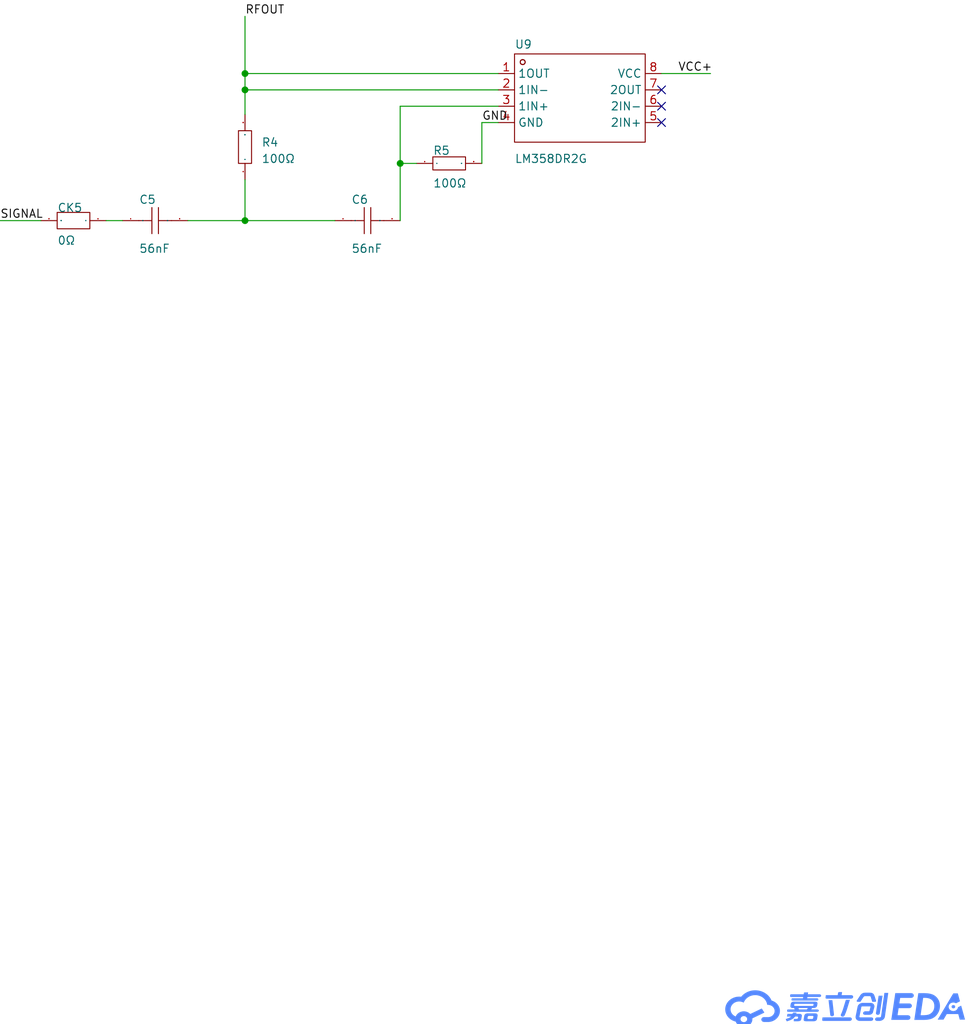
<source format=kicad_sch>
(kicad_sch
	(version 20231120)
	(generator "eeschema")
	(generator_version "8.0")
	(uuid "c22e90ea-4f1c-4af5-929e-47f6bfcd105d")
	(paper "User" 150.216 159.182)
	(lib_symbols
		(symbol "Signal-blo-easyedapro:0402B563K160CT"
			(exclude_from_sim no)
			(in_bom yes)
			(on_board yes)
			(property "Reference" "C"
				(at 0 0 0)
				(effects
					(font
						(size 1.27 1.27)
					)
				)
			)
			(property "Value" "56nF"
				(at 0 0 0)
				(effects
					(font
						(size 1.27 1.27)
					)
					(hide yes)
				)
			)
			(property "Footprint" "Signal-blo-easyedapro:C0402"
				(at 0 0 0)
				(effects
					(font
						(size 1.27 1.27)
					)
					(hide yes)
				)
			)
			(property "Datasheet" "https://atta.szlcsc.com/upload/public/pdf/source/20191217/C469650_84AD5C6F618CF4AC0C6D987F2E8FE6F8.pdf"
				(at 0 0 0)
				(effects
					(font
						(size 1.27 1.27)
					)
					(hide yes)
				)
			)
			(property "Description" "容值:56nF;精度:±10%;额定电压:16V;材质(温度系数):X7R;"
				(at 0 0 0)
				(effects
					(font
						(size 1.27 1.27)
					)
					(hide yes)
				)
			)
			(property "Manufacturer Part" "0402B563K160CT"
				(at 0 0 0)
				(effects
					(font
						(size 1.27 1.27)
					)
					(hide yes)
				)
			)
			(property "Manufacturer" "Walsin(华新科)"
				(at 0 0 0)
				(effects
					(font
						(size 1.27 1.27)
					)
					(hide yes)
				)
			)
			(property "Supplier Part" "C555392"
				(at 0 0 0)
				(effects
					(font
						(size 1.27 1.27)
					)
					(hide yes)
				)
			)
			(property "Supplier" "LCSC"
				(at 0 0 0)
				(effects
					(font
						(size 1.27 1.27)
					)
					(hide yes)
				)
			)
			(property "LCSC Part Name" "56nF ±10% 16V"
				(at 0 0 0)
				(effects
					(font
						(size 1.27 1.27)
					)
					(hide yes)
				)
			)
			(symbol "0402B563K160CT_1_0"
				(polyline
					(pts
						(xy -0.508 -2.032) (xy -0.508 2.032)
					)
					(stroke
						(width 0)
						(type default)
					)
					(fill
						(type none)
					)
				)
				(polyline
					(pts
						(xy -0.508 0) (xy -2.54 0)
					)
					(stroke
						(width 0)
						(type default)
					)
					(fill
						(type none)
					)
				)
				(polyline
					(pts
						(xy 0.508 2.032) (xy 0.508 -2.032)
					)
					(stroke
						(width 0)
						(type default)
					)
					(fill
						(type none)
					)
				)
				(polyline
					(pts
						(xy 2.54 0) (xy 0.508 0)
					)
					(stroke
						(width 0)
						(type default)
					)
					(fill
						(type none)
					)
				)
				(pin unspecified line
					(at -5.08 0 0)
					(length 2.54)
					(name "1"
						(effects
							(font
								(size 0.0254 0.0254)
							)
						)
					)
					(number "1"
						(effects
							(font
								(size 0.0254 0.0254)
							)
						)
					)
				)
				(pin unspecified line
					(at 5.08 0 180)
					(length 2.54)
					(name "2"
						(effects
							(font
								(size 0.0254 0.0254)
							)
						)
					)
					(number "2"
						(effects
							(font
								(size 0.0254 0.0254)
							)
						)
					)
				)
			)
		)
		(symbol "Signal-blo-easyedapro:0805W8F1000T5E"
			(exclude_from_sim no)
			(in_bom yes)
			(on_board yes)
			(property "Reference" "R"
				(at 0 0 0)
				(effects
					(font
						(size 1.27 1.27)
					)
				)
			)
			(property "Value" "100Ω"
				(at 0 0 0)
				(effects
					(font
						(size 1.27 1.27)
					)
					(hide yes)
				)
			)
			(property "Footprint" "Signal-blo-easyedapro:R0805"
				(at 0 0 0)
				(effects
					(font
						(size 1.27 1.27)
					)
					(hide yes)
				)
			)
			(property "Datasheet" "https://atta.szlcsc.com/upload/public/pdf/source/20200306/C422600_1E6D84923E4A46A82E41ADD87F860B5C.pdf"
				(at 0 0 0)
				(effects
					(font
						(size 1.27 1.27)
					)
					(hide yes)
				)
			)
			(property "Description" "电阻类型:厚膜电阻;阻值:100Ω;精度:±1%;功率:125mW;最大工作电压:150V;温度系数:±100ppm/°C;"
				(at 0 0 0)
				(effects
					(font
						(size 1.27 1.27)
					)
					(hide yes)
				)
			)
			(property "Manufacturer Part" "0805W8F1000T5E"
				(at 0 0 0)
				(effects
					(font
						(size 1.27 1.27)
					)
					(hide yes)
				)
			)
			(property "Manufacturer" "UNI-ROYAL(厚声)"
				(at 0 0 0)
				(effects
					(font
						(size 1.27 1.27)
					)
					(hide yes)
				)
			)
			(property "Supplier Part" "C17408"
				(at 0 0 0)
				(effects
					(font
						(size 1.27 1.27)
					)
					(hide yes)
				)
			)
			(property "Supplier" "LCSC"
				(at 0 0 0)
				(effects
					(font
						(size 1.27 1.27)
					)
					(hide yes)
				)
			)
			(property "LCSC Part Name" "100Ω ±1% 125mW 厚膜电阻"
				(at 0 0 0)
				(effects
					(font
						(size 1.27 1.27)
					)
					(hide yes)
				)
			)
			(symbol "0805W8F1000T5E_1_0"
				(rectangle
					(start -2.54 -1.016)
					(end 2.54 1.016)
					(stroke
						(width 0)
						(type default)
					)
					(fill
						(type none)
					)
				)
				(pin input line
					(at -5.08 0 0)
					(length 2.54)
					(name "1"
						(effects
							(font
								(size 0.0254 0.0254)
							)
						)
					)
					(number "1"
						(effects
							(font
								(size 0.0254 0.0254)
							)
						)
					)
				)
				(pin input line
					(at 5.08 0 180)
					(length 2.54)
					(name "2"
						(effects
							(font
								(size 0.0254 0.0254)
							)
						)
					)
					(number "2"
						(effects
							(font
								(size 0.0254 0.0254)
							)
						)
					)
				)
			)
		)
		(symbol "Signal-blo-easyedapro:0Ω"
			(exclude_from_sim no)
			(in_bom yes)
			(on_board yes)
			(property "Reference" "U"
				(at 0 0 0)
				(effects
					(font
						(size 1.27 1.27)
					)
				)
			)
			(property "Value" ""
				(at 0 0 0)
				(effects
					(font
						(size 1.27 1.27)
					)
				)
			)
			(property "Footprint" "Signal-blo-easyedapro:R0603"
				(at 0 0 0)
				(effects
					(font
						(size 1.27 1.27)
					)
					(hide yes)
				)
			)
			(property "Datasheet" ""
				(at 0 0 0)
				(effects
					(font
						(size 1.27 1.27)
					)
					(hide yes)
				)
			)
			(property "Description" ""
				(at 0 0 0)
				(effects
					(font
						(size 1.27 1.27)
					)
					(hide yes)
				)
			)
			(property "Manufacturer Part" "0Ω"
				(at 0 0 0)
				(effects
					(font
						(size 1.27 1.27)
					)
					(hide yes)
				)
			)
			(property "Supplier Part" "C9900083234"
				(at 0 0 0)
				(effects
					(font
						(size 1.27 1.27)
					)
					(hide yes)
				)
			)
			(property "Supplier" "LCSC"
				(at 0 0 0)
				(effects
					(font
						(size 1.27 1.27)
					)
					(hide yes)
				)
			)
			(property "LCSC Part Name" "0Ω"
				(at 0 0 0)
				(effects
					(font
						(size 1.27 1.27)
					)
					(hide yes)
				)
			)
			(symbol "0Ω_1_0"
				(rectangle
					(start -2.54 -1.27)
					(end 2.54 1.27)
					(stroke
						(width 0)
						(type default)
					)
					(fill
						(type none)
					)
				)
				(pin unspecified line
					(at -5.08 0 0)
					(length 2.54)
					(name "1"
						(effects
							(font
								(size 0.0254 0.0254)
							)
						)
					)
					(number "1"
						(effects
							(font
								(size 0.0254 0.0254)
							)
						)
					)
				)
				(pin unspecified line
					(at 5.08 0 180)
					(length 2.54)
					(name "2"
						(effects
							(font
								(size 0.0254 0.0254)
							)
						)
					)
					(number "2"
						(effects
							(font
								(size 0.0254 0.0254)
							)
						)
					)
				)
			)
		)
		(symbol "Signal-blo-easyedapro:Drawing-Symbol_A4"
			(exclude_from_sim no)
			(in_bom yes)
			(on_board yes)
			(property "Reference" ""
				(at 0 0 0)
				(effects
					(font
						(size 1.27 1.27)
					)
				)
			)
			(property "Value" ""
				(at 0 0 0)
				(effects
					(font
						(size 1.27 1.27)
					)
				)
			)
			(property "Footprint" "Signal-blo-easyedapro:"
				(at 0 0 0)
				(effects
					(font
						(size 1.27 1.27)
					)
					(hide yes)
				)
			)
			(property "Datasheet" ""
				(at 0 0 0)
				(effects
					(font
						(size 1.27 1.27)
					)
					(hide yes)
				)
			)
			(property "Description" ""
				(at 0 0 0)
				(effects
					(font
						(size 1.27 1.27)
					)
					(hide yes)
				)
			)
			(symbol "Drawing-Symbol_A4_0_0"
				(polyline
					(pts
						(xy 146.9783 10.146) (xy 146.976 10.1327) (xy 146.973 10.1197) (xy 146.9695 10.1069) (xy 146.9653 10.0944)
						(xy 146.9605 10.082) (xy 146.9552 10.07) (xy 146.9493 10.0583) (xy 146.9428 10.0468) (xy 146.9358 10.0356)
						(xy 146.9283 10.0248) (xy 146.9203 10.0143) (xy 146.9118 10.0042) (xy 146.9029 9.9944) (xy 146.8935 9.985)
						(xy 146.8836 9.976) (xy 146.8733 9.9673) (xy 146.8627 9.9591) (xy 146.8516 9.9514) (xy 146.8402 9.9441)
						(xy 146.8284 9.9372) (xy 146.8163 9.9308) (xy 146.8038 9.9249) (xy 146.7911 9.9195) (xy 146.778 9.9146)
						(xy 146.7647 9.9102) (xy 146.7511 9.9064) (xy 146.7373 9.9031) (xy 146.7233 9.9004) (xy 146.709 9.8983)
						(xy 146.6945 9.8967) (xy 146.6799 9.8958) (xy 146.6651 9.8955) (xy 146.6547 9.8955) (xy 146.6398 9.8959)
						(xy 146.625 9.897) (xy 146.6102 9.899) (xy 146.5956 9.9016) (xy 146.5811 9.905) (xy 146.5668 9.9091)
						(xy 146.5528 9.9138) (xy 146.5391 9.9192) (xy 146.5256 9.9252) (xy 146.5125 9.9318) (xy 146.4999 9.939)
						(xy 146.4876 9.9467) (xy 146.4758 9.955) (xy 146.4646 9.9638) (xy 146.4539 9.973) (xy 146.4438 9.9828)
						(xy 146.434 9.9933) (xy 146.4249 10.0043) (xy 146.4166 10.0158) (xy 146.4089 10.0275) (xy 146.402 10.0397)
						(xy 146.3958 10.0521) (xy 146.3904 10.0648) (xy 146.3856 10.0777) (xy 146.3816 10.0907) (xy 146.3782 10.1039)
						(xy 146.3756 10.1173) (xy 146.3736 10.1306) (xy 146.3724 10.144) (xy 146.3718 10.1574) (xy 146.372 10.1707)
						(xy 146.3728 10.1839) (xy 146.7925 12.8714) (xy 147.4021 12.8714) (xy 146.9783 10.146)
					)
					(stroke
						(width -0.0001)
						(type solid)
					)
					(fill
						(type color)
						(color 85 136 255 1)
					)
				)
				(polyline
					(pts
						(xy 142.3185 12.2147) (xy 142.3164 12.209) (xy 142.2175 11.9012) (xy 142.1192 11.5812) (xy 141.9194 10.9313)
						(xy 141.8159 10.6145) (xy 141.7083 10.3119) (xy 141.5958 10.0302) (xy 141.5373 9.8992) (xy 141.4771 9.7759)
						(xy 141.4663 9.7575) (xy 141.4542 9.7399) (xy 141.4409 9.7233) (xy 141.4266 9.7077) (xy 141.4112 9.693)
						(xy 141.3948 9.6794) (xy 141.3775 9.667) (xy 141.3594 9.6556) (xy 141.3405 9.6454) (xy 141.321 9.6365)
						(xy 141.3008 9.6288) (xy 141.2801 9.6224) (xy 141.2589 9.6174) (xy 141.2373 9.6137) (xy 141.2154 9.6115)
						(xy 141.1932 9.6108) (xy 141.1838 9.6109) (xy 141.1744 9.6115) (xy 141.165 9.6123) (xy 141.1556 9.6134)
						(xy 141.1462 9.6148) (xy 141.1368 9.6164) (xy 141.1274 9.6182) (xy 141.118 9.6203) (xy 141.0867 9.6279)
						(xy 141.0732 9.6328) (xy 141.0602 9.6382) (xy 141.0476 9.6442) (xy 141.0355 9.6508) (xy 141.0239 9.6578)
						(xy 141.0127 9.6653) (xy 141.0021 9.6733) (xy 140.992 9.6817) (xy 140.9823 9.6905) (xy 140.9732 9.6998)
						(xy 140.9647 9.7094) (xy 140.9566 9.7194) (xy 140.9492 9.7297) (xy 140.9422 9.7404) (xy 140.9359 9.7514)
						(xy 140.9301 9.7626) (xy 140.9242 9.7755) (xy 140.9192 9.7886) (xy 140.9148 9.8019) (xy 140.9113 9.8153)
						(xy 140.9086 9.8289) (xy 140.9066 9.8425) (xy 140.9055 9.8561) (xy 140.9051 9.8698) (xy 140.9055 9.8835)
						(xy 140.9066 9.8972) (xy 140.9086 9.9108) (xy 140.9113 9.9243) (xy 140.9148 9.9378) (xy 140.9192 9.951)
						(xy 140.9242 9.9642) (xy 140.9301 9.9771) (xy 140.9842 10.088) (xy 141.0368 10.2068) (xy 141.1382 10.4644)
						(xy 141.2355 10.7434) (xy 141.3297 11.0373) (xy 141.5129 11.6433) (xy 141.604 11.9423) (xy 141.6963 12.2299)
						(xy 142.3226 12.2299) (xy 142.3185 12.2147)
					)
					(stroke
						(width -0.0001)
						(type solid)
					)
					(fill
						(type color)
						(color 85 136 255 1)
					)
				)
				(polyline
					(pts
						(xy 139.8445 9.9733) (xy 139.8455 9.9609) (xy 139.8459 9.9485) (xy 139.8456 9.9362) (xy 139.8447 9.9241)
						(xy 139.8432 9.912) (xy 139.841 9.9001) (xy 139.8383 9.8883) (xy 139.835 9.8766) (xy 139.8311 9.8652)
						(xy 139.8266 9.8539) (xy 139.8216 9.8428) (xy 139.816 9.8319) (xy 139.8099 9.8213) (xy 139.8033 9.8109)
						(xy 139.7962 9.8007) (xy 139.7886 9.7908) (xy 139.7806 9.7812) (xy 139.7721 9.7719) (xy 139.7631 9.763)
						(xy 139.7536 9.7543) (xy 139.7438 9.746) (xy 139.7335 9.738) (xy 139.7229 9.7304) (xy 139.7118 9.7232)
						(xy 139.7004 9.7164) (xy 139.6885 9.71) (xy 139.6764 9.704) (xy 139.6639 9.6985) (xy 139.651 9.6934)
						(xy 139.6379 9.6888) (xy 139.6244 9.6846) (xy 139.6107 9.681) (xy 139.6044 9.6791) (xy 139.5966 9.6778)
						(xy 139.5888 9.6766) (xy 139.5809 9.6756) (xy 139.5731 9.6748) (xy 139.5653 9.6742) (xy 139.5574 9.6738)
						(xy 139.5496 9.6735) (xy 139.5418 9.6734) (xy 139.5287 9.6736) (xy 139.5159 9.6744) (xy 139.5032 9.6756)
						(xy 139.4907 9.6772) (xy 139.4784 9.6794) (xy 139.4664 9.6819) (xy 139.4546 9.6849) (xy 139.443 9.6884)
						(xy 139.4316 9.6922) (xy 139.4206 9.6965) (xy 139.4098 9.7012) (xy 139.3993 9.7063) (xy 139.3891 9.7118)
						(xy 139.3792 9.7177) (xy 139.3696 9.724) (xy 139.3604 9.7306) (xy 139.3515 9.7376) (xy 139.343 9.7449)
						(xy 139.3349 9.7526) (xy 139.3271 9.7606) (xy 139.3197 9.769) (xy 139.3128 9.7776) (xy 139.3063 9.7866)
						(xy 139.3002 9.7959) (xy 139.2945 9.8055) (xy 139.2893 9.8154) (xy 139.2846 9.8255) (xy 139.2803 9.836)
						(xy 139.2765 9.8467) (xy 139.2733 9.8576) (xy 139.2705 9.8688) (xy 139.2683 9.8803) (xy 139.2683 9.8898)
						(xy 139.0011 12.1844) (xy 139.0011 12.1863) (xy 139.5919 12.1863) (xy 139.8445 9.9733)
					)
					(stroke
						(width -0.0001)
						(type solid)
					)
					(fill
						(type color)
						(color 85 136 255 1)
					)
				)
				(polyline
					(pts
						(xy 142.3562 9.5079) (xy 142.3709 9.5068) (xy 142.3853 9.505) (xy 142.3996 9.5024) (xy 142.4136 9.4992)
						(xy 142.4275 9.4953) (xy 142.4411 9.4907) (xy 142.4544 9.4855) (xy 142.4675 9.4797) (xy 142.4803 9.4733)
						(xy 142.4928 9.4662) (xy 142.5049 9.4586) (xy 142.5168 9.4505) (xy 142.5283 9.4418) (xy 142.5394 9.4326)
						(xy 142.5502 9.4229) (xy 142.5597 9.4123) (xy 142.5685 9.4014) (xy 142.5766 9.39) (xy 142.5841 9.3783)
						(xy 142.5909 9.3662) (xy 142.597 9.3538) (xy 142.6024 9.3412) (xy 142.6071 9.3282) (xy 142.611 9.315)
						(xy 142.6142 9.3016) (xy 142.6166 9.288) (xy 142.6183 9.2742) (xy 142.6192 9.2603) (xy 142.6193 9.2462)
						(xy 142.6185 9.2321) (xy 142.617 9.2179) (xy 142.6149 9.2046) (xy 142.6126 9.1915) (xy 142.6097 9.1787)
						(xy 142.6061 9.166) (xy 142.6019 9.1535) (xy 142.5971 9.1413) (xy 142.5917 9.1293) (xy 142.5858 9.1176)
						(xy 142.5793 9.1062) (xy 142.5722 9.0951) (xy 142.5647 9.0843) (xy 142.5567 9.0738) (xy 142.5482 9.0636)
						(xy 142.5392 9.0538) (xy 142.5298 9.0444) (xy 142.52 9.0353) (xy 142.5097 9.0267) (xy 142.4991 9.0184)
						(xy 142.4882 9.0106) (xy 142.4768 9.0032) (xy 142.4652 8.9963) (xy 142.4532 8.9899) (xy 142.4409 8.9839)
						(xy 142.4284 8.9784) (xy 142.4156 8.9735) (xy 142.4025 8.9691) (xy 142.3892 8.9652) (xy 142.3758 8.9618)
						(xy 142.3621 8.9591) (xy 142.3483 8.9569) (xy 142.3343 8.9554) (xy 142.3202 8.9544) (xy 142.3059 8.9541)
						(xy 138.1576 8.9541) (xy 138.1502 8.9543) (xy 138.143 8.9548) (xy 138.1358 8.9556) (xy 138.1288 8.9567)
						(xy 138.122 8.9582) (xy 138.1152 8.96) (xy 138.1087 8.962) (xy 138.1023 8.9643) (xy 138.0961 8.9669)
						(xy 138.09 8.9698) (xy 138.0842 8.9729) (xy 138.0785 8.9763) (xy 138.073 8.9799) (xy 138.0678 8.9837)
						(xy 138.0627 8.9878) (xy 138.0579 8.992) (xy 138.0533 8.9965) (xy 138.049 9.0012) (xy 138.0449 9.006)
						(xy 138.0411 9.011) (xy 138.0375 9.0162) (xy 138.0342 9.0215) (xy 138.0312 9.0269) (xy 138.0284 9.0326)
						(xy 138.026 9.0383) (xy 138.0238 9.0441) (xy 138.022 9.0501) (xy 138.0205 9.0562) (xy 138.0193 9.0623)
						(xy 138.0184 9.0686) (xy 138.0179 9.0749) (xy 138.0177 9.0812) (xy 138.0177 9.0831) (xy 138.0156 9.0831)
						(xy 138.0595 9.5083) (xy 142.3414 9.5083) (xy 142.3562 9.5079)
					)
					(stroke
						(width -0.0001)
						(type solid)
					)
					(fill
						(type color)
						(color 85 136 255 1)
					)
				)
				(polyline
					(pts
						(xy 159.4399 12.0041) (xy 158.8178 11.6928) (xy 158.7955 11.7067) (xy 158.7727 11.7197) (xy 158.7492 11.732)
						(xy 158.7252 11.7435) (xy 158.7007 11.7542) (xy 158.6757 11.764) (xy 158.6501 11.773) (xy 158.6241 11.7811)
						(xy 158.5977 11.7883) (xy 158.5708 11.7946) (xy 158.5436 11.7999) (xy 158.5159 11.8044) (xy 158.488 11.8078)
						(xy 158.4597 11.8103) (xy 158.4311 11.8119) (xy 158.4023 11.8124) (xy 158.3649 11.8115) (xy 158.3281 11.809)
						(xy 158.2917 11.8048) (xy 158.256 11.7989) (xy 158.2209 11.7916) (xy 158.1864 11.7826) (xy 158.1527 11.7723)
						(xy 158.1197 11.7604) (xy 158.0875 11.7472) (xy 158.0562 11.7326) (xy 158.0257 11.7167) (xy 157.9963 11.6995)
						(xy 157.9678 11.681) (xy 157.9403 11.6614) (xy 157.914 11.6407) (xy 157.8887 11.6188) (xy 157.8647 11.5958)
						(xy 157.8418 11.5719) (xy 157.8202 11.5469) (xy 157.8 11.521) (xy 157.781 11.4942) (xy 157.7635 11.4666)
						(xy 157.7475 11.4381) (xy 157.7329 11.4088) (xy 157.7199 11.3788) (xy 157.7085 11.3482) (xy 157.6987 11.3168)
						(xy 157.6905 11.2849) (xy 157.6842 11.2524) (xy 157.6795 11.2194) (xy 157.6767 11.1858) (xy 157.6758 11.1519)
						(xy 157.6767 11.1179) (xy 157.6795 11.0844) (xy 157.6842 11.0514) (xy 157.6905 11.0189) (xy 157.6987 10.987)
						(xy 157.7085 10.9556) (xy 157.7199 10.9249) (xy 157.7329 10.895) (xy 157.7475 10.8657) (xy 157.7635 10.8372)
						(xy 157.781 10.8096) (xy 157.8 10.7828) (xy 157.8202 10.7569) (xy 157.8418 10.7319) (xy 157.8647 10.7079)
						(xy 157.8887 10.685) (xy 157.914 10.6631) (xy 157.9403 10.6424) (xy 157.9678 10.6227) (xy 157.9963 10.6043)
						(xy 158.0257 10.5871) (xy 158.0562 10.5712) (xy 158.0875 10.5566) (xy 158.1197 10.5434) (xy 158.1527 10.5315)
						(xy 158.1864 10.5211) (xy 158.2209 10.5122) (xy 158.256 10.5048) (xy 158.2917 10.499) (xy 158.3281 10.4948)
						(xy 158.3649 10.4923) (xy 158.4023 10.4914) (xy 158.4371 10.4922) (xy 158.4715 10.4944) (xy 158.5055 10.4981)
						(xy 158.5389 10.5031) (xy 158.5718 10.5096) (xy 158.6042 10.5174) (xy 158.6359 10.5265) (xy 158.6669 10.5369)
						(xy 158.6973 10.5485) (xy 158.727 10.5613) (xy 158.7559 10.5753) (xy 158.7841 10.5904) (xy 158.8114 10.6066)
						(xy 158.8378 10.6239) (xy 158.8634 10.6422) (xy 158.888 10.6615) (xy 158.9116 10.6818) (xy 158.9342 10.703)
						(xy 158.9558 10.7251) (xy 158.9763 10.748) (xy 158.9957 10.7718) (xy 159.0139 10.7964) (xy 159.0309 10.8217)
						(xy 159.0467 10.8477) (xy 159.0613 10.8744) (xy 159.0745 10.9018) (xy 159.0864 10.9298) (xy 159.097 10.9584)
						(xy 159.1061 10.9875) (xy 159.1138 11.0172) (xy 159.12 11.0473) (xy 159.1247 11.0779) (xy 159.6257 11.3284)
						(xy 160.2249 9.1534) (xy 159.4065 9.1534) (xy 159.1685 10.0207) (xy 157.3877 10.0207) (xy 156.8783 9.1534)
						(xy 155.9701 9.1534) (xy 158.394 13.232) (xy 159.1038 13.232) (xy 159.4399 12.0041)
					)
					(stroke
						(width -0.0001)
						(type solid)
					)
					(fill
						(type color)
						(color 85 136 255 1)
					)
				)
				(polyline
					(pts
						(xy 158.4338 11.4201) (xy 158.4481 11.419) (xy 158.4622 11.4172) (xy 158.476 11.4148) (xy 158.4896 11.4118)
						(xy 158.5029 11.4082) (xy 158.516 11.4041) (xy 158.5287 11.3994) (xy 158.5412 11.3941) (xy 158.5532 11.3883)
						(xy 158.565 11.3821) (xy 158.5763 11.3753) (xy 158.5873 11.368) (xy 158.5979 11.3603) (xy 158.608 11.3522)
						(xy 158.6177 11.3436) (xy 158.6269 11.3346) (xy 158.6357 11.3252) (xy 158.6439 11.3155) (xy 158.6516 11.3053)
						(xy 158.6589 11.2949) (xy 158.6655 11.2841) (xy 158.6716 11.273) (xy 158.6771 11.2616) (xy 158.682 11.2499)
						(xy 158.6863 11.2379) (xy 158.69 11.2258) (xy 158.693 11.2133) (xy 158.6953 11.2007) (xy 158.6969 11.1878)
						(xy 158.6979 11.1748) (xy 158.6981 11.1616) (xy 158.6976 11.1485) (xy 158.6963 11.1355) (xy 158.6944 11.1227)
						(xy 158.6918 11.1101) (xy 158.6885 11.0977) (xy 158.6845 11.0856) (xy 158.68 11.0737) (xy 158.6748 11.0621)
						(xy 158.669 11.0508) (xy 158.6627 11.0398) (xy 158.6557 11.0292) (xy 158.6483 11.0189) (xy 158.6403 11.0089)
						(xy 158.6318 10.9993) (xy 158.6229 10.9901) (xy 158.6134 10.9813) (xy 158.6035 10.9729) (xy 158.5932 10.9649)
						(xy 158.5825 10.9574) (xy 158.5714 10.9504) (xy 158.5598 10.9438) (xy 158.548 10.9378) (xy 158.5358 10.9322)
						(xy 158.5232 10.9272) (xy 158.5104 10.9228) (xy 158.4972 10.9189) (xy 158.4838 10.9156) (xy 158.4701 10.9128)
						(xy 158.4562 10.9107) (xy 158.4421 10.9092) (xy 158.4278 10.9084) (xy 158.4133 10.9082) (xy 158.3988 10.9086)
						(xy 158.3845 10.9098) (xy 158.3704 10.9115) (xy 158.3565 10.9139) (xy 158.3429 10.9169) (xy 158.3296 10.9205)
						(xy 158.3166 10.9247) (xy 158.3038 10.9294) (xy 158.2914 10.9346) (xy 158.2793 10.9404) (xy 158.2676 10.9467)
						(xy 158.2562 10.9534) (xy 158.2453 10.9607) (xy 158.2347 10.9684) (xy 158.2246 10.9766) (xy 158.2149 10.9851)
						(xy 158.2057 10.9941) (xy 158.1969 11.0035) (xy 158.1887 11.0133) (xy 158.1809 11.0234) (xy 158.1737 11.0338)
						(xy 158.1671 11.0446) (xy 158.161 11.0557) (xy 158.1554 11.0672) (xy 158.1505 11.0788) (xy 158.1462 11.0908)
						(xy 158.1426 11.103) (xy 158.1396 11.1154) (xy 158.1373 11.128) (xy 158.1356 11.1409) (xy 158.1347 11.1539)
						(xy 158.1345 11.1671) (xy 158.135 11.1803) (xy 158.1362 11.1933) (xy 158.1382 11.2061) (xy 158.1408 11.2187)
						(xy 158.1441 11.231) (xy 158.148 11.2432) (xy 158.1526 11.255) (xy 158.1578 11.2666) (xy 158.1636 11.2779)
						(xy 158.1699 11.2889) (xy 158.1768 11.2995) (xy 158.1843 11.3099) (xy 158.1922 11.3198) (xy 158.2007 11.3294)
						(xy 158.2097 11.3386) (xy 158.2191 11.3474) (xy 158.229 11.3558) (xy 158.2393 11.3638) (xy 158.2501 11.3713)
						(xy 158.2612 11.3783) (xy 158.2727 11.3849) (xy 158.2846 11.3909) (xy 158.2968 11.3965) (xy 158.3093 11.4015)
						(xy 158.3222 11.4059) (xy 158.3353 11.4099) (xy 158.3488 11.4132) (xy 158.3624 11.4159) (xy 158.3763 11.418)
						(xy 158.3905 11.4195) (xy 158.4048 11.4204) (xy 158.4193 11.4206) (xy 158.4338 11.4201)
					)
					(stroke
						(width -0.0001)
						(type solid)
					)
					(fill
						(type color)
						(color 85 136 255 1)
					)
				)
				(polyline
					(pts
						(xy 147.7653 9.6354) (xy 147.7561 9.5831) (xy 147.7432 9.532) (xy 147.7269 9.4824) (xy 147.7072 9.4344)
						(xy 147.6842 9.388) (xy 147.6581 9.3433) (xy 147.6288 9.3005) (xy 147.5965 9.2597) (xy 147.5613 9.2208)
						(xy 147.5233 9.1842) (xy 147.4825 9.1497) (xy 147.4392 9.1177) (xy 147.3933 9.088) (xy 147.3449 9.0609)
						(xy 147.2942 9.0365) (xy 147.2413 9.0148) (xy 147.2236 9.0073) (xy 147.2058 9.0002) (xy 147.1878 8.9937)
						(xy 147.1696 8.9877) (xy 147.1512 8.9822) (xy 147.1326 8.9773) (xy 147.1139 8.9728) (xy 147.0949 8.9688)
						(xy 147.0757 8.9653) (xy 147.0563 8.9623) (xy 147.0366 8.9598) (xy 147.0167 8.9577) (xy 146.9966 8.9561)
						(xy 146.9761 8.955) (xy 146.9554 8.9543) (xy 146.9344 8.9541) (xy 146.519 8.9541) (xy 146.5041 8.9545)
						(xy 146.4893 8.9557) (xy 146.4745 8.9576) (xy 146.4599 8.9603) (xy 146.4454 8.9636) (xy 146.4311 8.9677)
						(xy 146.4171 8.9724) (xy 146.4034 8.9778) (xy 146.3899 8.9838) (xy 146.3768 8.9904) (xy 146.3642 8.9976)
						(xy 146.3519 9.0053) (xy 146.3401 9.0136) (xy 146.3289 9.0224) (xy 146.3182 9.0317) (xy 146.3081 9.0414)
						(xy 146.2986 9.0519) (xy 146.2898 9.0628) (xy 146.2817 9.0741) (xy 146.2742 9.0857) (xy 146.2674 9.0976)
						(xy 146.2613 9.1098) (xy 146.2559 9.1223) (xy 146.2512 9.1351) (xy 146.2473 9.1481) (xy 146.2441 9.1614)
						(xy 146.2416 9.1748) (xy 146.24 9.1885) (xy 146.2391 9.2023) (xy 146.239 9.2162) (xy 146.2397 9.2303)
						(xy 146.2413 9.2445) (xy 146.2434 9.254) (xy 146.2457 9.267) (xy 146.2486 9.2799) (xy 146.2523 9.2926)
						(xy 146.2565 9.305) (xy 146.2613 9.3173) (xy 146.2668 9.3292) (xy 146.2728 9.3409) (xy 146.2794 9.3524)
						(xy 146.2865 9.3635) (xy 146.2941 9.3743) (xy 146.3023 9.3848) (xy 146.3109 9.3949) (xy 146.32 9.4047)
						(xy 146.3295 9.4142) (xy 146.3395 9.4232) (xy 146.3499 9.4319) (xy 146.3606 9.4401) (xy 146.3717 9.448)
						(xy 146.3832 9.4553) (xy 146.3951 9.4622) (xy 146.4072 9.4687) (xy 146.4197 9.4747) (xy 146.4324 9.4801)
						(xy 146.4454 9.4851) (xy 146.4586 9.4895) (xy 146.4721 9.4934) (xy 146.4857 9.4967) (xy 146.4996 9.4995)
						(xy 146.5136 9.5016) (xy 146.5278 9.5032) (xy 146.5421 9.5042) (xy 146.5565 9.5045) (xy 146.972 9.5045)
						(xy 146.9813 9.5047) (xy 146.9903 9.5052) (xy 146.9991 9.5061) (xy 147.0077 9.5074) (xy 147.0162 9.509)
						(xy 147.0244 9.511) (xy 147.0325 9.5134) (xy 147.0404 9.5161) (xy 147.0481 9.5192) (xy 147.0557 9.5227)
						(xy 147.0632 9.5266) (xy 147.0706 9.5309) (xy 147.0779 9.5356) (xy 147.0851 9.5406) (xy 147.0923 9.5461)
						(xy 147.0993 9.5519) (xy 147.1066 9.5591) (xy 147.1135 9.5665) (xy 147.1201 9.574) (xy 147.1263 9.5816)
						(xy 147.1321 9.5894) (xy 147.1376 9.5972) (xy 147.1427 9.6052) (xy 147.1474 9.6131) (xy 147.1517 9.6212)
						(xy 147.1556 9.6292) (xy 147.1591 9.6373) (xy 147.1622 9.6453) (xy 147.1649 9.6534) (xy 147.1671 9.6614)
						(xy 147.1689 9.6693) (xy 147.1703 9.6772) (xy 147.686 13.3098) (xy 148.2893 13.3098) (xy 147.7653 9.6354)
					)
					(stroke
						(width -0.0001)
						(type solid)
					)
					(fill
						(type color)
						(color 85 136 255 1)
					)
				)
				(polyline
					(pts
						(xy 141.0303 12.9587) (xy 142.5439 12.9587) (xy 142.5599 12.9584) (xy 142.5756 12.9573) (xy 142.5911 12.9555)
						(xy 142.6063 12.9531) (xy 142.6212 12.9499) (xy 142.6358 12.946) (xy 142.6501 12.9414) (xy 142.664 12.9362)
						(xy 142.6775 12.9302) (xy 142.6906 12.9236) (xy 142.7032 12.9163) (xy 142.7154 12.9083) (xy 142.7271 12.8996)
						(xy 142.7382 12.8902) (xy 142.7489 12.8802) (xy 142.759 12.8695) (xy 142.7684 12.859) (xy 142.7772 12.8481)
						(xy 142.7852 12.8368) (xy 142.7926 12.8252) (xy 142.7992 12.8133) (xy 142.8051 12.801) (xy 142.8103 12.7884)
						(xy 142.8148 12.7756) (xy 142.8185 12.7625) (xy 142.8216 12.7491) (xy 142.8238 12.7355) (xy 142.8253 12.7217)
						(xy 142.8261 12.7076) (xy 142.826 12.6934) (xy 142.8252 12.6791) (xy 142.8237 12.6645) (xy 142.8237 12.6607)
						(xy 142.8214 12.6477) (xy 142.8185 12.6348) (xy 142.8149 12.6222) (xy 142.8107 12.6098) (xy 142.806 12.5977)
						(xy 142.8006 12.5858) (xy 142.7947 12.5742) (xy 142.7883 12.5629) (xy 142.7813 12.552) (xy 142.7738 12.5413)
						(xy 142.7657 12.531) (xy 142.7573 12.521) (xy 142.7483 12.5113) (xy 142.7389 12.5021) (xy 142.729 12.4932)
						(xy 142.7188 12.4847) (xy 142.7081 12.4766) (xy 142.697 12.469) (xy 142.6856 12.4618) (xy 142.6738 12.4551)
						(xy 142.6617 12.4488) (xy 142.6493 12.443) (xy 142.6365 12.4376) (xy 142.6235 12.4328) (xy 142.6101 12.4285)
						(xy 142.5965 12.4248) (xy 142.5827 12.4215) (xy 142.5687 12.4189) (xy 142.5544 12.4168) (xy 142.54 12.4152)
						(xy 142.5253 12.4143) (xy 142.5105 12.414) (xy 138.6733 12.414) (xy 138.6733 12.4159) (xy 138.6661 12.4163)
						(xy 138.659 12.4169) (xy 138.652 12.4179) (xy 138.6452 12.4191) (xy 138.6385 12.4207) (xy 138.6319 12.4225)
						(xy 138.6254 12.4246) (xy 138.6192 12.427) (xy 138.613 12.4296) (xy 138.6071 12.4325) (xy 138.6013 12.4356)
						(xy 138.5957 12.439) (xy 138.5903 12.4426) (xy 138.5852 12.4464) (xy 138.5802 12.4504) (xy 138.5754 12.4546)
						(xy 138.5709 12.459) (xy 138.5666 12.4636) (xy 138.5625 12.4684) (xy 138.5587 12.4733) (xy 138.5552 12.4784)
						(xy 138.5519 12.4837) (xy 138.5489 12.4891) (xy 138.5462 12.4946) (xy 138.5437 12.5003) (xy 138.5416 12.5061)
						(xy 138.5398 12.512) (xy 138.5382 12.5181) (xy 138.5371 12.5242) (xy 138.5362 12.5304) (xy 138.5357 12.5367)
						(xy 138.5355 12.5431) (xy 138.5355 12.5499) (xy 138.5356 12.5531) (xy 138.5358 12.5561) (xy 138.536 12.5591)
						(xy 138.5362 12.5606) (xy 138.5364 12.562) (xy 138.5366 12.5635) (xy 138.5369 12.5649) (xy 138.5372 12.5663)
						(xy 138.5376 12.5677) (xy 138.5772 12.9568) (xy 140.4228 12.9587) (xy 140.4917 13.325) (xy 140.4926 13.331)
						(xy 140.4938 13.3369) (xy 140.4953 13.3427) (xy 140.4971 13.3484) (xy 140.4991 13.3539) (xy 140.5014 13.3593)
						(xy 140.5039 13.3646) (xy 140.5067 13.3697) (xy 140.5097 13.3747) (xy 140.513 13.3796) (xy 140.5165 13.3843)
						(xy 140.5201 13.3888) (xy 140.524 13.3932) (xy 140.5281 13.3974) (xy 140.5324 13.4014) (xy 140.5368 13.4052)
						(xy 140.5415 13.4089) (xy 140.5463 13.4123) (xy 140.5513 13.4155) (xy 140.5564 13.4186) (xy 140.5617 13.4214)
						(xy 140.5671 13.424) (xy 140.5726 13.4264) (xy 140.5783 13.4286) (xy 140.5841 13.4305) (xy 140.59 13.4322)
						(xy 140.596 13.4336) (xy 140.6021 13.4348) (xy 140.6083 13.4358) (xy 140.6146 13.4365) (xy 140.621 13.4369)
						(xy 140.6274 13.437) (xy 141.1097 13.437) (xy 141.0303 12.9587)
					)
					(stroke
						(width -0.0001)
						(type solid)
					)
					(fill
						(type color)
						(color 85 136 255 1)
					)
				)
				(polyline
					(pts
						(xy 133.9675 10.0549) (xy 134.4623 10.0549) (xy 134.4906 10.0545) (xy 134.5177 10.0533) (xy 134.5438 10.0514)
						(xy 134.5687 10.0486) (xy 134.5926 10.0451) (xy 134.6154 10.0408) (xy 134.6372 10.0357) (xy 134.6578 10.0297)
						(xy 134.6774 10.023) (xy 134.6959 10.0155) (xy 134.7134 10.0072) (xy 134.7298 9.998) (xy 134.7451 9.9881)
						(xy 134.7593 9.9773) (xy 134.7725 9.9657) (xy 134.7846 9.9533) (xy 134.7957 9.9401) (xy 134.8057 9.9261)
						(xy 134.8147 9.9112) (xy 134.8226 9.8955) (xy 134.8294 9.8789) (xy 134.8352 9.8616) (xy 134.84 9.8433)
						(xy 134.8437 9.8243) (xy 134.8464 9.8044) (xy 134.848 9.7836) (xy 134.8486 9.762) (xy 134.8482 9.7396)
						(xy 134.8467 9.7162) (xy 134.8442 9.6921) (xy 134.8406 9.667) (xy 134.836 9.6411) (xy 134.7692 9.2881)
						(xy 134.7663 9.2625) (xy 134.7626 9.2379) (xy 134.758 9.2143) (xy 134.7527 9.1918) (xy 134.7465 9.1702)
						(xy 134.7394 9.1496) (xy 134.7315 9.1299) (xy 134.7228 9.1112) (xy 134.7131 9.0934) (xy 134.7026 9.0765)
						(xy 134.6912 9.0605) (xy 134.6788 9.0454) (xy 134.6655 9.0311) (xy 134.6513 9.0177) (xy 134.6361 9.0051)
						(xy 134.62 8.9932) (xy 134.6028 8.9822) (xy 134.5847 8.9719) (xy 134.5656 8.9624) (xy 134.5455 8.9536)
						(xy 134.5243 8.9455) (xy 134.5021 8.9381) (xy 134.4788 8.9314) (xy 134.4545 8.9254) (xy 134.4291 8.92)
						(xy 134.4026 8.9153) (xy 134.3463 8.9076) (xy 134.2856 8.9022) (xy 134.2202 8.899) (xy 133.5938 8.899)
						(xy 133.5938 9.2634) (xy 133.9822 9.2634) (xy 134.0112 9.264) (xy 134.0381 9.2657) (xy 134.063 9.2685)
						(xy 134.086 9.2723) (xy 134.107 9.2771) (xy 134.1262 9.2829) (xy 134.1438 9.2896) (xy 134.1596 9.2971)
						(xy 134.1739 9.3056) (xy 134.1867 9.3148) (xy 134.1981 9.3248) (xy 134.2082 9.3355) (xy 134.2171 9.3469)
						(xy 134.2247 9.359) (xy 134.2313 9.3717) (xy 134.2369 9.3849) (xy 134.264 9.495) (xy 134.2663 9.5039)
						(xy 134.268 9.5126) (xy 134.2692 9.521) (xy 134.2698 9.5291) (xy 134.2698 9.5369) (xy 134.2694 9.5444)
						(xy 134.2683 9.5517) (xy 134.2667 9.5587) (xy 134.2646 9.5654) (xy 134.2619 9.5718) (xy 134.2587 9.5779)
						(xy 134.2549 9.5838) (xy 134.2506 9.5893) (xy 134.2457 9.5946) (xy 134.2402 9.5996) (xy 134.2343 9.6044)
						(xy 134.2277 9.6088) (xy 134.2206 9.613) (xy 134.213 9.6168) (xy 134.2048 9.6204) (xy 134.1961 9.6237)
						(xy 134.1868 9.6267) (xy 134.1769 9.6295) (xy 134.1665 9.6319) (xy 134.1556 9.6341) (xy 134.1441 9.6359)
						(xy 134.1321 9.6375) (xy 134.1195 9.6388) (xy 134.1063 9.6398) (xy 134.0926 9.6406) (xy 134.0784 9.641)
						(xy 134.0636 9.6411) (xy 133.7964 9.6411) (xy 133.747 9.5746) (xy 133.6944 9.5116) (xy 133.6383 9.4519)
						(xy 133.5785 9.3953) (xy 133.5148 9.3416) (xy 133.4471 9.2906) (xy 133.375 9.2422) (xy 133.2984 9.1961)
						(xy 133.2172 9.1521) (xy 133.131 9.11) (xy 133.0398 9.0698) (xy 132.9432 9.031) (xy 132.8411 8.9936)
						(xy 132.7334 8.9574) (xy 132.6197 8.9221) (xy 132.4999 8.8877) (xy 132.3391 9.2521) (xy 132.4883 9.2951)
						(xy 132.6174 9.3348) (xy 132.6756 9.3541) (xy 132.7302 9.3734) (xy 132.7817 9.393) (xy 132.8305 9.4131)
						(xy 132.8772 9.4342) (xy 132.9221 9.4564) (xy 132.9658 9.48) (xy 133.0088 9.5053) (xy 133.0515 9.5327)
						(xy 133.0943 9.5624) (xy 133.1379 9.5946) (xy 133.1826 9.6297) (xy 132.5416 9.6297) (xy 132.6084 10.0435)
						(xy 133.3976 10.0435) (xy 133.3977 10.0461) (xy 133.3982 10.0495) (xy 133.3989 10.0537) (xy 133.4 10.0587)
						(xy 133.403 10.0709) (xy 133.4073 10.0857) (xy 133.4099 10.094) (xy 133.4128 10.1028) (xy 133.416 10.1122)
						(xy 133.4196 10.122) (xy 133.4235 10.1322) (xy 133.4278 10.1428) (xy 133.4323 10.1537) (xy 133.4373 10.165)
						(xy 133.4386 10.1696) (xy 133.4401 10.1741) (xy 133.4419 10.1785) (xy 133.4438 10.1828) (xy 133.446 10.187)
						(xy 133.4484 10.1912) (xy 133.451 10.1952) (xy 133.4538 10.1991) (xy 133.4568 10.2029) (xy 133.46 10.2066)
						(xy 133.4633 10.2102) (xy 133.4668 10.2137) (xy 133.4704 10.217) (xy 133.4742 10.2202) (xy 133.4781 10.2233)
						(xy 133.4822 10.2262) (xy 133.4863 10.2289) (xy 133.4906 10.2316) (xy 133.495 10.234) (xy 133.4995 10.2364)
						(xy 133.5041 10.2385) (xy 133.5087 10.2405) (xy 133.5135 10.2423) (xy 133.5183 10.244) (xy 133.5232 10.2454)
						(xy 133.5281 10.2467) (xy 133.5331 10.2478) (xy 133.5381 10.2487) (xy 133.5431 10.2494) (xy 133.5482 10.25)
						(xy 133.5533 10.2503) (xy 133.5584 10.2504) (xy 134.026 10.2504) (xy 133.9675 10.0549)
					)
					(stroke
						(width -0.0001)
						(type solid)
					)
					(fill
						(type color)
						(color 85 136 255 1)
					)
				)
				(polyline
					(pts
						(xy 153.8138 13.2729) (xy 153.9352 13.2704) (xy 154.0526 13.2662) (xy 154.1658 13.2602) (xy 154.275 13.2526)
						(xy 154.38 13.2433) (xy 154.481 13.2322) (xy 154.5778 13.2195) (xy 154.6706 13.205) (xy 154.7593 13.1888)
						(xy 154.844 13.1709) (xy 154.9245 13.1513) (xy 155.001 13.1299) (xy 155.0734 13.1069) (xy 155.1417 13.0821)
						(xy 155.206 13.0555) (xy 155.2675 13.0271) (xy 155.3276 12.9968) (xy 155.3863 12.9645) (xy 155.4435 12.9303)
						(xy 155.4993 12.894) (xy 155.5537 12.8559) (xy 155.6066 12.8158) (xy 155.658 12.7737) (xy 155.7079 12.7296)
						(xy 155.7564 12.6836) (xy 155.8034 12.6357) (xy 155.8489 12.5858) (xy 155.893 12.5339) (xy 155.9355 12.4801)
						(xy 155.9765 12.4243) (xy 156.016 12.3666) (xy 156.0536 12.3073) (xy 156.0887 12.2469) (xy 156.1215 12.1854)
						(xy 156.1518 12.1228) (xy 156.1798 12.059) (xy 156.2053 11.9941) (xy 156.2284 11.9281) (xy 156.2491 11.861)
						(xy 156.2673 11.7927) (xy 156.2832 11.7233) (xy 156.2966 11.6528) (xy 156.3076 11.5811) (xy 156.3161 11.5083)
						(xy 156.3222 11.4343) (xy 156.3259 11.3591) (xy 156.3271 11.2828) (xy 156.3258 11.2049) (xy 156.322 11.1277)
						(xy 156.3156 11.0512) (xy 156.3066 10.9754) (xy 156.2951 10.9004) (xy 156.281 10.826) (xy 156.2642 10.7524)
						(xy 156.2449 10.6795) (xy 156.2229 10.6074) (xy 156.1983 10.536) (xy 156.1711 10.4653) (xy 156.1413 10.3954)
						(xy 156.1087 10.3262) (xy 156.0735 10.2578) (xy 156.0357 10.1901) (xy 155.9952 10.1232) (xy 155.9533 10.0585)
						(xy 155.9101 9.996) (xy 155.8655 9.9357) (xy 155.8195 9.8777) (xy 155.772 9.8218) (xy 155.7232 9.7682)
						(xy 155.673 9.7169) (xy 155.6214 9.6677) (xy 155.5685 9.6208) (xy 155.5142 9.5761) (xy 155.4585 9.5336)
						(xy 155.4015 9.4933) (xy 155.3432 9.4553) (xy 155.2835 9.4195) (xy 155.2224 9.3859) (xy 155.1601 9.3545)
						(xy 155.0955 9.3252) (xy 155.0279 9.2978) (xy 154.9573 9.2722) (xy 154.8837 9.2485) (xy 154.807 9.2267)
						(xy 154.7272 9.2068) (xy 154.6444 9.1887) (xy 154.5585 9.1726) (xy 154.4696 9.1583) (xy 154.3776 9.1459)
						(xy 154.2826 9.1355) (xy 154.1845 9.1269) (xy 154.0833 9.1202) (xy 153.979 9.1154) (xy 153.8717 9.1126)
						(xy 153.7613 9.1116) (xy 152.3375 9.1116) (xy 152.4471 9.8404) (xy 153.3124 9.8404) (xy 153.5964 9.8404)
						(xy 153.7543 9.8421) (xy 153.9009 9.8471) (xy 153.9699 9.8508) (xy 154.0361 9.8552) (xy 154.0995 9.8605)
						(xy 154.16 9.8665) (xy 154.2177 9.8733) (xy 154.2726 9.8808) (xy 154.3246 9.8891) (xy 154.3738 9.8981)
						(xy 154.4201 9.9078) (xy 154.4636 9.9182) (xy 154.5043 9.9292) (xy 154.5421 9.941) (xy 154.5931 9.9592)
						(xy 154.6428 9.9791) (xy 154.6912 10.0005) (xy 154.7382 10.0236) (xy 154.784 10.0482) (xy 154.8284 10.0745)
						(xy 154.8716 10.1023) (xy 154.9134 10.1318) (xy 154.954 10.1628) (xy 154.9933 10.1955) (xy 155.0312 10.2297)
						(xy 155.0679 10.2656) (xy 155.1033 10.303) (xy 155.1374 10.3421) (xy 155.1703 10.3827) (xy 155.2018 10.425)
						(xy 155.2318 10.4683) (xy 155.2598 10.5129) (xy 155.286 10.5587) (xy 155.3101 10.6057) (xy 155.3324 10.654)
						(xy 155.3527 10.7035) (xy 155.371 10.7543) (xy 155.3874 10.8062) (xy 155.4017 10.8594) (xy 155.4141 10.9138)
						(xy 155.4245 10.9695) (xy 155.4329 11.0263) (xy 155.4392 11.0844) (xy 155.4435 11.1436) (xy 155.4458 11.2041)
						(xy 155.4461 11.2658) (xy 155.4454 11.3169) (xy 155.4433 11.3669) (xy 155.4399 11.416) (xy 155.4351 11.464)
						(xy 155.429 11.5109) (xy 155.4214 11.5569) (xy 155.4125 11.6017) (xy 155.4022 11.6456) (xy 155.3906 11.6884)
						(xy 155.3776 11.7302) (xy 155.3632 11.7709) (xy 155.3474 11.8105) (xy 155.3303 11.8491) (xy 155.3118 11.8866)
						(xy 155.2919 11.9231) (xy 155.2707 11.9585) (xy 155.2482 11.9929) (xy 155.2246 12.0262) (xy 155.1999 12.0586)
						(xy 155.1741 12.0899) (xy 155.1471 12.1202) (xy 155.119 12.1495) (xy 155.0899 12.1779) (xy 155.0596 12.2052)
						(xy 155.0282 12.2316) (xy 154.9957 12.257) (xy 154.9622 12.2815) (xy 154.9275 12.3049) (xy 154.8918 12.3275)
						(xy 154.8549 12.349) (xy 154.817 12.3697) (xy 154.778 12.3893) (xy 154.7373 12.4079) (xy 154.6949 12.4253)
						(xy 154.6509 12.4414) (xy 154.6053 12.4563) (xy 154.5581 12.47) (xy 154.5093 12.4824) (xy 154.4588 12.4937)
						(xy 154.4067 12.5037) (xy 154.3529 12.5125) (xy 154.2975 12.5202) (xy 154.2404 12.5266) (xy 154.1817 12.5319)
						(xy 154.1214 12.536) (xy 154.0594 12.5389) (xy 153.9957 12.5406) (xy 153.9304 12.5412) (xy 153.7154 12.5412)
						(xy 153.3124 9.8404) (xy 152.4471 9.8404) (xy 152.9638 13.2738) (xy 153.6882 13.2738) (xy 153.8138 13.2729)
					)
					(stroke
						(width -0.0001)
						(type solid)
					)
					(fill
						(type color)
						(color 85 136 255 1)
					)
				)
				(polyline
					(pts
						(xy 151.8718 13.2771) (xy 151.8924 13.2757) (xy 151.9126 13.2733) (xy 151.9326 13.2701) (xy 151.9521 13.2659)
						(xy 151.9714 13.261) (xy 151.9902 13.2551) (xy 152.0086 13.2485) (xy 152.0265 13.2411) (xy 152.044 13.2329)
						(xy 152.061 13.224) (xy 152.0774 13.2143) (xy 152.0934 13.204) (xy 152.1087 13.1929) (xy 152.1234 13.1812)
						(xy 152.1376 13.1689) (xy 152.151 13.156) (xy 152.1638 13.1425) (xy 152.1759 13.1284) (xy 152.1873 13.1137)
						(xy 152.1979 13.0986) (xy 152.2078 13.0829) (xy 152.2168 13.0668) (xy 152.225 13.0502) (xy 152.2324 13.0332)
						(xy 152.2389 13.0157) (xy 152.2445 12.9979) (xy 152.2492 12.9797) (xy 152.2529 12.9612) (xy 152.2557 12.9423)
						(xy 152.2574 12.9231) (xy 152.2581 12.9037) (xy 152.2576 12.8848) (xy 152.256 12.8661) (xy 152.2534 12.8477)
						(xy 152.2499 12.8296) (xy 152.2454 12.8118) (xy 152.2399 12.7943) (xy 152.2335 12.7772) (xy 152.2263 12.7605)
						(xy 152.2181 12.7442) (xy 152.2092 12.7283) (xy 152.1994 12.7129) (xy 152.1889 12.6979) (xy 152.1776 12.6835)
						(xy 152.1655 12.6696) (xy 152.1528 12.6562) (xy 152.1394 12.6434) (xy 152.1253 12.6312) (xy 152.1106 12.6197)
						(xy 152.0953 12.6087) (xy 152.0794 12.5984) (xy 152.063 12.5889) (xy 152.046 12.58) (xy 152.0286 12.5718)
						(xy 152.0106 12.5645) (xy 151.9922 12.5579) (xy 151.9734 12.5521) (xy 151.9542 12.5471) (xy 151.9346 12.543)
						(xy 151.9147 12.5397) (xy 151.8945 12.5374) (xy 151.8739 12.536) (xy 151.8531 12.5355) (xy 150.1412 12.5336)
						(xy 150.0096 11.67) (xy 151.6151 11.67) (xy 151.633 11.667) (xy 151.6505 11.6633) (xy 151.6678 11.6588)
						(xy 151.6848 11.6538) (xy 151.7014 11.648) (xy 151.7176 11.6416) (xy 151.7335 11.6346) (xy 151.749 11.627)
						(xy 151.764 11.6188) (xy 151.7787 11.61) (xy 151.7928 11.6007) (xy 151.8065 11.5909) (xy 151.8197 11.5805)
						(xy 151.8324 11.5696) (xy 151.8446 11.5583) (xy 151.8562 11.5464) (xy 151.8673 11.5341) (xy 151.8778 11.5214)
						(xy 151.8877 11.5083) (xy 151.8969 11.4948) (xy 151.9056 11.4809) (xy 151.9136 11.4666) (xy 151.9209 11.452)
						(xy 151.9275 11.437) (xy 151.9334 11.4218) (xy 151.9386 11.4062) (xy 151.943 11.3904) (xy 151.9467 11.3742)
						(xy 151.9495 11.3579) (xy 151.9516 11.3413) (xy 151.9529 11.3245) (xy 151.9533 11.3075) (xy 151.9528 11.2886)
						(xy 151.9512 11.2699) (xy 151.9486 11.2515) (xy 151.9451 11.2334) (xy 151.9405 11.2156) (xy 151.9351 11.1981)
						(xy 151.9287 11.181) (xy 151.9214 11.1643) (xy 151.9133 11.148) (xy 151.9044 11.1321) (xy 151.8946 11.1167)
						(xy 151.8841 11.1018) (xy 151.8728 11.0873) (xy 151.8607 11.0734) (xy 151.848 11.0601) (xy 151.8346 11.0473)
						(xy 151.8205 11.0351) (xy 151.8058 11.0235) (xy 151.7905 11.0126) (xy 151.7746 11.0023) (xy 151.7582 10.9927)
						(xy 151.7412 10.9838) (xy 151.7238 10.9757) (xy 151.7058 10.9683) (xy 151.6874 10.9617) (xy 151.6686 10.9559)
						(xy 151.6494 10.9509) (xy 151.6298 10.9468) (xy 151.6099 10.9436) (xy 151.5897 10.9412) (xy 151.5691 10.9398)
						(xy 151.5483 10.9393) (xy 149.899 10.9412) (xy 149.7299 9.8385) (xy 151.3312 9.8404) (xy 151.3516 9.84)
						(xy 151.3718 9.8386) (xy 151.3917 9.8363) (xy 151.4112 9.8331) (xy 151.4305 9.8291) (xy 151.4494 9.8242)
						(xy 151.4679 9.8185) (xy 151.486 9.8121) (xy 151.5036 9.8048) (xy 151.5208 9.7969) (xy 151.5375 9.7882)
						(xy 151.5537 9.7788) (xy 151.5693 9.7687) (xy 151.5844 9.758) (xy 151.5989 9.7466) (xy 151.6127 9.7346)
						(xy 151.626 9.722) (xy 151.6385 9.7089) (xy 151.6504 9.6952) (xy 151.6616 9.681) (xy 151.672 9.6663)
						(xy 151.6816 9.6511) (xy 151.6904 9.6355) (xy 151.6984 9.6194) (xy 151.7056 9.6029) (xy 151.7119 9.5861)
						(xy 151.7173 9.5688) (xy 151.7218 9.5513) (xy 151.7253 9.5333) (xy 151.7279 9.5151) (xy 151.7294 9.4967)
						(xy 151.7299 9.4779) (xy 151.7294 9.4595) (xy 151.7279 9.4414) (xy 151.7254 9.4235) (xy 151.722 9.4058)
						(xy 151.7176 9.3885) (xy 151.7123 9.3715) (xy 151.7061 9.3548) (xy 151.6991 9.3385) (xy 151.6913 9.3226)
						(xy 151.6826 9.3071) (xy 151.6732 9.2921) (xy 151.663 9.2775) (xy 151.6521 9.2634) (xy 151.6404 9.2497)
						(xy 151.6281 9.2366) (xy 151.6151 9.2241) (xy 151.6015 9.2121) (xy 151.5872 9.2007) (xy 151.5724 9.1899)
						(xy 151.557 9.1797) (xy 151.5411 9.1702) (xy 151.5247 9.1614) (xy 151.5077 9.1533) (xy 151.4904 9.1459)
						(xy 151.4725 9.1392) (xy 151.4543 9.1334) (xy 151.4356 9.1283) (xy 151.4166 9.124) (xy 151.3973 9.1205)
						(xy 151.3776 9.1179) (xy 151.3577 9.1162) (xy 151.3374 9.1154) (xy 148.7549 9.1154) (xy 149.3812 13.2776)
						(xy 151.851 13.2776) (xy 151.8718 13.2771)
					)
					(stroke
						(width -0.0001)
						(type solid)
					)
					(fill
						(type color)
						(color 85 136 255 1)
					)
				)
				(polyline
					(pts
						(xy 135.7734 13.0916) (xy 137.619 13.0916) (xy 137.6314 13.0913) (xy 137.6437 13.0903) (xy 137.6558 13.0887)
						(xy 137.6676 13.0866) (xy 137.6793 13.0839) (xy 137.6907 13.0805) (xy 137.7018 13.0767) (xy 137.7127 13.0723)
						(xy 137.7232 13.0674) (xy 137.7335 13.062) (xy 137.7434 13.0561) (xy 137.753 13.0497) (xy 137.7622 13.0429)
						(xy 137.7711 13.0357) (xy 137.7795 13.028) (xy 137.7876 13.0199) (xy 137.7952 13.0115) (xy 137.8023 13.0026)
						(xy 137.8091 12.9934) (xy 137.8153 12.9839) (xy 137.821 12.974) (xy 137.8262 12.9639) (xy 137.8309 12.9534)
						(xy 137.8351 12.9427) (xy 137.8386 12.9316) (xy 137.8416 12.9204) (xy 137.8441 12.9089) (xy 137.8458 12.8972)
						(xy 137.847 12.8853) (xy 137.8475 12.8733) (xy 137.8474 12.861) (xy 137.8465 12.8486) (xy 137.8451 12.8396)
						(xy 137.8433 12.8308) (xy 137.8409 12.8221) (xy 137.8381 12.8135) (xy 137.8349 12.8051) (xy 137.8313 12.7969)
						(xy 137.8272 12.7889) (xy 137.8227 12.7811) (xy 137.8179 12.7735) (xy 137.8126 12.7661) (xy 137.807 12.759)
						(xy 137.801 12.7521) (xy 137.7946 12.7454) (xy 137.7879 12.739) (xy 137.7808 12.7328) (xy 137.7735 12.7269)
						(xy 137.7658 12.7213) (xy 137.7578 12.716) (xy 137.7495 12.711) (xy 137.7409 12.7064) (xy 137.732 12.702)
						(xy 137.7229 12.698) (xy 137.7135 12.6943) (xy 137.7039 12.6909) (xy 137.694 12.6879) (xy 137.6839 12.6853)
						(xy 137.6735 12.6831) (xy 137.663 12.6812) (xy 137.6523 12.6797) (xy 137.6414 12.6787) (xy 137.6303 12.678)
						(xy 137.619 12.6778) (xy 135.7192 12.6778) (xy 135.6795 12.471) (xy 137.2181 12.471) (xy 137.2294 12.4707)
						(xy 137.2405 12.4698) (xy 137.2514 12.4685) (xy 137.262 12.4666) (xy 137.2724 12.4642) (xy 137.2826 12.4613)
						(xy 137.2925 12.4579) (xy 137.3021 12.4541) (xy 137.3114 12.4498) (xy 137.3204 12.4451) (xy 137.3291 12.44)
						(xy 137.3374 12.4345) (xy 137.3454 12.4286) (xy 137.3529 12.4224) (xy 137.3601 12.4158) (xy 137.3669 12.4088)
						(xy 137.3732 12.4015) (xy 137.3791 12.3939) (xy 137.3846 12.3861) (xy 137.3895 12.3779) (xy 137.394 12.3695)
						(xy 137.3979 12.3608) (xy 137.4014 12.352) (xy 137.4043 12.3428) (xy 137.4066 12.3335) (xy 137.4084 12.324)
						(xy 137.4095 12.3144) (xy 137.4101 12.3046) (xy 137.4101 12.2946) (xy 137.4094 12.2845) (xy 137.408 12.2744)
						(xy 137.406 12.2641) (xy 137.4047 12.2561) (xy 137.4029 12.2484) (xy 137.4007 12.2407) (xy 137.3982 12.2333)
						(xy 137.3953 12.226) (xy 137.3921 12.2189) (xy 137.3885 12.212) (xy 137.3846 12.2052) (xy 137.3804 12.1987)
						(xy 137.3758 12.1923) (xy 137.371 12.1862) (xy 137.3658 12.1803) (xy 137.3604 12.1746) (xy 137.3548 12.1692)
						(xy 137.3488 12.164) (xy 137.3426 12.159) (xy 137.3362 12.1543) (xy 137.3295 12.1498) (xy 137.3227 12.1456)
						(xy 137.3156 12.1417) (xy 137.3083 12.138) (xy 137.3008 12.1346) (xy 137.2932 12.1316) (xy 137.2854 12.1288)
						(xy 137.2774 12.1263) (xy 137.2693 12.1241) (xy 137.261 12.1223) (xy 137.2527 12.1207) (xy 137.2442 12.1195)
						(xy 137.2356 12.1186) (xy 137.2269 12.1181) (xy 137.2181 12.1179) (xy 133.3663 12.1179) (xy 133.3589 12.1181)
						(xy 133.3517 12.1186) (xy 133.3447 12.1195) (xy 133.3378 12.1207) (xy 133.3311 12.1222) (xy 133.3246 12.124)
						(xy 133.3183 12.1261) (xy 133.3121 12.1286) (xy 133.3062 12.1313) (xy 133.3005 12.1342) (xy 133.295 12.1375)
						(xy 133.2898 12.141) (xy 133.2848 12.1447) (xy 133.28 12.1487) (xy 133.2755 12.1529) (xy 133.2713 12.1573)
						(xy 133.2673 12.162) (xy 133.2636 12.1668) (xy 133.2602 12.1718) (xy 133.2571 12.1771) (xy 133.2543 12.1825)
						(xy 133.2517 12.188) (xy 133.2495 12.1937) (xy 133.2477 12.1996) (xy 133.2461 12.2056) (xy 133.2449 12.2118)
						(xy 133.2441 12.218) (xy 133.2435 12.2244) (xy 133.2434 12.2309) (xy 133.2436 12.2374) (xy 133.2442 12.2441)
						(xy 133.2452 12.2508) (xy 133.2849 12.4691) (xy 135.0239 12.4691) (xy 135.0636 12.6759) (xy 133.1512 12.6759)
						(xy 133.1438 12.6765) (xy 133.1365 12.6774) (xy 133.1293 12.6788) (xy 133.1222 12.6805) (xy 133.1152 12.6825)
						(xy 133.1084 12.6849) (xy 133.1017 12.6876) (xy 133.0952 12.6906) (xy 133.0888 12.6939) (xy 133.0826 12.6975)
						(xy 133.0767 12.7013) (xy 133.0709 12.7054) (xy 133.0654 12.7097) (xy 133.0601 12.7142) (xy 133.055 12.719)
						(xy 133.0503 12.7239) (xy 133.0457 12.7289) (xy 133.0415 12.7341) (xy 133.0376 12.7395) (xy 133.034 12.745)
						(xy 133.0307 12.7505) (xy 133.0278 12.7562) (xy 133.0252 12.7619) (xy 133.0229 12.7677) (xy 133.0211 12.7736)
						(xy 133.0196 12.7795) (xy 133.0186 12.7854) (xy 133.0179 12.7912) (xy 133.0177 12.7971) (xy 133.0179 12.803)
						(xy 133.0186 12.8088) (xy 133.0197 12.8145) (xy 133.074 13.0935) (xy 135.1325 13.0935) (xy 135.1596 13.2871)
						(xy 135.1609 13.2927) (xy 135.1625 13.2982) (xy 135.1642 13.3035) (xy 135.1662 13.3087) (xy 135.1684 13.3137)
						(xy 135.1708 13.3186) (xy 135.1734 13.3233) (xy 135.1762 13.3278) (xy 135.1792 13.3322) (xy 135.1823 13.3364)
						(xy 135.1857 13.3405) (xy 135.1891 13.3444) (xy 135.1928 13.3481) (xy 135.1966 13.3517) (xy 135.2005 13.355)
						(xy 135.2045 13.3582) (xy 135.2087 13.3613) (xy 135.213 13.3641) (xy 135.2174 13.3668) (xy 135.2219 13.3692)
						(xy 135.2264 13.3715) (xy 135.2311 13.3736) (xy 135.2359 13.3756) (xy 135.2407 13.3773) (xy 135.2455 13.3788)
						(xy 135.2505 13.3801) (xy 135.2554 13.3813) (xy 135.2605 13.3822) (xy 135.2655 13.3829) (xy 135.2706 13.3834)
						(xy 135.2756 13.3838) (xy 135.2807 13.3839) (xy 135.8277 13.3839) (xy 135.7734 13.0916)
					)
					(stroke
						(width -0.0001)
						(type solid)
					)
					(fill
						(type color)
						(color 85 136 255 1)
					)
				)
				(polyline
					(pts
						(xy 136.9497 10.1266) (xy 136.9747 10.1255) (xy 136.9988 10.1235) (xy 137.0219 10.1208) (xy 137.044 10.1173)
						(xy 137.0652 10.113) (xy 137.0855 10.1079) (xy 137.1049 10.1021) (xy 137.1233 10.0954) (xy 137.1408 10.088)
						(xy 137.1574 10.0798) (xy 137.173 10.0709) (xy 137.1878 10.0611) (xy 137.2016 10.0506) (xy 137.2145 10.0392)
						(xy 137.2265 10.0271) (xy 137.2376 10.0142) (xy 137.2478 10.0006) (xy 137.2571 9.9861) (xy 137.2655 9.9709)
						(xy 137.273 9.9548) (xy 137.2796 9.938) (xy 137.2853 9.9204) (xy 137.2902 9.902) (xy 137.2941 9.8828)
						(xy 137.2972 9.8629) (xy 137.2994 9.8421) (xy 137.3008 9.8206) (xy 137.3008 9.7751) (xy 137.2975 9.7265)
						(xy 137.2181 9.2881) (xy 137.2067 9.2398) (xy 137.1927 9.195) (xy 137.1759 9.1538) (xy 137.1665 9.1345)
						(xy 137.1564 9.116) (xy 137.1456 9.0984) (xy 137.134 9.0816) (xy 137.1217 9.0656) (xy 137.1086 9.0504)
						(xy 137.0948 9.036) (xy 137.0802 9.0224) (xy 137.0647 9.0096) (xy 137.0485 8.9975) (xy 137.0315 8.9862)
						(xy 137.0136 8.9756) (xy 136.9949 8.9657) (xy 136.9753 8.9566) (xy 136.9548 8.9482) (xy 136.9335 8.9404)
						(xy 136.8881 8.927) (xy 136.8391 8.9162) (xy 136.7863 8.9081) (xy 136.7297 8.9024) (xy 136.6691 8.899)
						(xy 135.5333 8.899) (xy 135.4732 8.9003) (xy 135.445 8.9019) (xy 135.418 8.9042) (xy 135.3923 8.9071)
						(xy 135.3677 8.9107) (xy 135.3444 8.915) (xy 135.3224 8.92) (xy 135.3015 8.9256) (xy 135.2818 8.932)
						(xy 135.2633 8.939) (xy 135.2461 8.9468) (xy 135.23 8.9553) (xy 135.2151 8.9645) (xy 135.2014 8.9745)
						(xy 135.1889 8.9852) (xy 135.1775 8.9966) (xy 135.1673 9.0088) (xy 135.1583 9.0218) (xy 135.1505 9.0356)
						(xy 135.1438 9.0501) (xy 135.1382 9.0654) (xy 135.1338 9.0815) (xy 135.1305 9.0984) (xy 135.1284 9.1161)
						(xy 135.1274 9.1347) (xy 135.1276 9.154) (xy 135.1288 9.1742) (xy 135.1312 9.1953) (xy 135.1347 9.2171)
						(xy 135.1393 9.2399) (xy 135.145 9.2634) (xy 135.1593 9.3488) (xy 135.7225 9.3488) (xy 135.7227 9.3415)
						(xy 135.7236 9.3345) (xy 135.725 9.3278) (xy 135.7269 9.3214) (xy 135.7295 9.3153) (xy 135.7326 9.3094)
						(xy 135.7363 9.3039) (xy 135.7406 9.2986) (xy 135.7454 9.2936) (xy 135.7507 9.2888) (xy 135.7566 9.2844)
						(xy 135.7631 9.2802) (xy 135.77 9.2764) (xy 135.7775 9.2728) (xy 135.7856 9.2695) (xy 135.7941 9.2665)
						(xy 135.8032 9.2637) (xy 135.8127 9.2613) (xy 135.8334 9.2573) (xy 135.856 9.2544) (xy 135.8806 9.2526)
						(xy 135.907 9.2521) (xy 136.429 9.2521) (xy 136.439 9.2522) (xy 136.4488 9.2528) (xy 136.4584 9.2537)
						(xy 136.4677 9.2549) (xy 136.4768 9.2565) (xy 136.4856 9.2584) (xy 136.4941 9.2607) (xy 136.5024 9.2633)
						(xy 136.5104 9.2662) (xy 136.5181 9.2695) (xy 136.5256 9.2731) (xy 136.5328 9.2771) (xy 136.5398 9.2814)
						(xy 136.5464 9.286) (xy 136.5528 9.2909) (xy 136.5589 9.2962) (xy 136.5648 9.3018) (xy 136.5703 9.3077)
						(xy 136.5756 9.3139) (xy 136.5805 9.3205) (xy 136.5852 9.3273) (xy 136.5896 9.3345) (xy 136.5937 9.342)
						(xy 136.5975 9.3497) (xy 136.601 9.3578) (xy 136.6042 9.3662) (xy 136.6071 9.3749) (xy 136.6097 9.3839)
						(xy 136.6139 9.4028) (xy 136.6169 9.4229) (xy 136.644 9.5937) (xy 136.6461 9.6026) (xy 136.6478 9.6113)
						(xy 136.6491 9.6196) (xy 136.6499 9.6277) (xy 136.6502 9.6355) (xy 136.6502 9.643) (xy 136.6497 9.6502)
						(xy 136.6489 9.6571) (xy 136.6476 9.6637) (xy 136.646 9.6701) (xy 136.6439 9.6762) (xy 136.6415 9.682)
						(xy 136.6387 9.6875) (xy 136.6355 9.6927) (xy 136.632 9.6977) (xy 136.6281 9.7023) (xy 136.6239 9.7067)
						(xy 136.6193 9.7109) (xy 136.6144 9.7147) (xy 136.6091 9.7183) (xy 136.6036 9.7216) (xy 136.5977 9.7246)
						(xy 136.5915 9.7273) (xy 136.585 9.7298) (xy 136.5782 9.732) (xy 136.5711 9.7339) (xy 136.5638 9.7356)
						(xy 136.5561 9.737) (xy 136.5482 9.7381) (xy 136.54 9.7389) (xy 136.5316 9.7395) (xy 136.5229 9.7398)
						(xy 135.9739 9.7398) (xy 135.9628 9.7397) (xy 135.952 9.7391) (xy 135.9414 9.7382) (xy 135.9311 9.737)
						(xy 135.9209 9.7354) (xy 135.9111 9.7335) (xy 135.9015 9.7312) (xy 135.8921 9.7286) (xy 135.8831 9.7257)
						(xy 135.8743 9.7224) (xy 135.8657 9.7188) (xy 135.8575 9.7148) (xy 135.8495 9.7105) (xy 135.8419 9.7059)
						(xy 135.8345 9.701) (xy 135.8275 9.6957) (xy 135.8207 9.6901) (xy 135.8143 9.6842) (xy 135.8082 9.678)
						(xy 135.8024 9.6714) (xy 135.797 9.6646) (xy 135.7919 9.6574) (xy 135.7871 9.6499) (xy 135.7827 9.6421)
						(xy 135.7787 9.6341) (xy 135.775 9.6257) (xy 135.7717 9.617) (xy 135.7688 9.608) (xy 135.7662 9.5987)
						(xy 135.7641 9.5891) (xy 135.7623 9.5792) (xy 135.7609 9.569) (xy 135.7338 9.3982) (xy 135.7304 9.3893)
						(xy 135.7276 9.3806) (xy 135.7254 9.3722) (xy 135.7238 9.3641) (xy 135.7229 9.3563) (xy 135.7225 9.3488)
						(xy 135.1593 9.3488) (xy 135.2244 9.7379) (xy 135.2334 9.7845) (xy 135.2391 9.8067) (xy 135.2456 9.8282)
						(xy 135.2529 9.849) (xy 135.261 9.869) (xy 135.2698 9.8883) (xy 135.2795 9.9068) (xy 135.2899 9.9246)
						(xy 135.3012 9.9417) (xy 135.3132 9.958) (xy 135.326 9.9736) (xy 135.3396 9.9885) (xy 135.354 10.0026)
						(xy 135.3692 10.0159) (xy 135.3851 10.0286) (xy 135.4018 10.0404) (xy 135.4194 10.0515) (xy 135.4377 10.0619)
						(xy 135.4567 10.0715) (xy 135.4766 10.0803) (xy 135.4972 10.0884) (xy 135.5187 10.0957) (xy 135.5408 10.1022)
						(xy 135.5638 10.108) (xy 135.5876 10.1131) (xy 135.6121 10.1173) (xy 135.6374 10.1208) (xy 135.6903 10.1255)
						(xy 135.7463 10.127) (xy 136.9238 10.127) (xy 136.9497 10.1266)
					)
					(stroke
						(width -0.0001)
						(type solid)
					)
					(fill
						(type color)
						(color 85 136 255 1)
					)
				)
				(polyline
					(pts
						(xy 145.4432 13.3436) (xy 145.4792 13.3423) (xy 145.5142 13.3402) (xy 145.5481 13.3373) (xy 145.581 13.3336)
						(xy 145.6128 13.329) (xy 145.6438 13.3236) (xy 145.6737 13.3174) (xy 145.7027 13.3105) (xy 145.7307 13.3027)
						(xy 145.7578 13.2941) (xy 145.784 13.2848) (xy 145.8094 13.2746) (xy 145.8338 13.2637) (xy 145.8574 13.2521)
						(xy 145.8801 13.2396) (xy 145.8906 13.232) (xy 145.9095 13.218) (xy 145.928 13.2029) (xy 145.9461 13.1867)
						(xy 145.9637 13.1695) (xy 145.9809 13.1514) (xy 145.9976 13.1322) (xy 146.0139 13.112) (xy 146.0296 13.0909)
						(xy 146.045 13.0688) (xy 146.0598 13.0457) (xy 146.0742 13.0218) (xy 146.0881 12.9969) (xy 146.1016 12.9711)
						(xy 146.1145 12.9444) (xy 146.127 12.9169) (xy 146.139 12.8885) (xy 146.1411 12.8847) (xy 146.3937 12.0876)
						(xy 146.3916 12.0876) (xy 146.3931 12.0833) (xy 146.3943 12.079) (xy 146.3954 12.0747) (xy 146.3963 12.0703)
						(xy 146.397 12.0658) (xy 146.3975 12.0612) (xy 146.3978 12.0564) (xy 146.3979 12.0515) (xy 146.3977 12.045)
						(xy 146.3971 12.0385) (xy 146.3963 12.0322) (xy 146.395 12.026) (xy 146.3935 12.0199) (xy 146.3916 12.0139)
						(xy 146.3894 12.008) (xy 146.3869 12.0023) (xy 146.3841 11.9968) (xy 146.381 11.9913) (xy 146.3777 11.9861)
						(xy 146.3741 11.981) (xy 146.3702 11.9761) (xy 146.3661 11.9714) (xy 146.3617 11.9669) (xy 146.3572 11.9625)
						(xy 146.3524 11.9584) (xy 146.3473 11.9545) (xy 146.3421 11.9508) (xy 146.3367 11.9474) (xy 146.3311 11.9441)
						(xy 146.3253 11.9412) (xy 146.3194 11.9384) (xy 146.3133 11.9359) (xy 146.3071 11.9337) (xy 146.3007 11.9318)
						(xy 146.2942 11.9301) (xy 146.2876 11.9288) (xy 146.2808 11.9277) (xy 146.274 11.9269) (xy 146.2671 11.9264)
						(xy 146.2601 11.9262) (xy 146.2577 11.9263) (xy 146.2554 11.9263) (xy 146.2542 11.9264) (xy 146.253 11.9264)
						(xy 146.2519 11.9266) (xy 146.2507 11.9267) (xy 146.2495 11.9269) (xy 146.2483 11.9272) (xy 146.2472 11.9275)
						(xy 146.246 11.9279) (xy 146.2448 11.9283) (xy 146.2436 11.9288) (xy 146.2425 11.9294) (xy 146.2413 11.93)
						(xy 146.2413 11.9281) (xy 145.8008 11.9281) (xy 145.5607 12.6873) (xy 145.5582 12.694) (xy 145.5554 12.7006)
						(xy 145.5524 12.7072) (xy 145.5491 12.7135) (xy 145.5455 12.7198) (xy 145.5417 12.7259) (xy 145.5377 12.7318)
						(xy 145.5335 12.7376) (xy 145.5291 12.7432) (xy 145.5246 12.7486) (xy 145.5198 12.7538) (xy 145.5149 12.7588)
						(xy 145.5098 12.7636) (xy 145.5046 12.7682) (xy 145.4993 12.7725) (xy 145.4939 12.7765) (xy 145.4897 12.7789)
						(xy 145.485 12.7812) (xy 145.4798 12.7834) (xy 145.4741 12.7854) (xy 145.4679 12.7873) (xy 145.4613 12.789)
						(xy 145.4542 12.7905) (xy 145.4466 12.7919) (xy 145.4387 12.7932) (xy 145.4304 12.7943) (xy 145.4216 12.7952)
						(xy 145.4126 12.796) (xy 145.4031 12.7966) (xy 145.3933 12.797) (xy 145.3728 12.7974) (xy 144.6922 12.7974)
						(xy 144.6806 12.7973) (xy 144.6692 12.797) (xy 144.6581 12.7964) (xy 144.6473 12.7956) (xy 144.6368 12.7946)
						(xy 144.6266 12.7934) (xy 144.6167 12.792) (xy 144.6071 12.7903) (xy 144.5979 12.7884) (xy 144.589 12.7863)
						(xy 144.5805 12.7839) (xy 144.5724 12.7814) (xy 144.5647 12.7786) (xy 144.5574 12.7756) (xy 144.5504 12.7724)
						(xy 144.544 12.7689) (xy 144.5358 12.7641) (xy 144.5277 12.759) (xy 144.5198 12.7535) (xy 144.512 12.7477)
						(xy 144.5043 12.7416) (xy 144.4967 12.7353) (xy 144.4893 12.7286) (xy 144.4821 12.7217) (xy 144.4751 12.7146)
						(xy 144.4682 12.7072) (xy 144.4615 12.6996) (xy 144.455 12.6918) (xy 144.4487 12.6838) (xy 144.4427 12.6756)
						(xy 144.4368 12.6673) (xy 144.4312 12.6589) (xy 144.4291 12.6551) (xy 144.3412 12.5227) (xy 144.2472 12.3794)
						(xy 144.0638 12.0952) (xy 144.0533 12.08) (xy 144.0004 12.0031) (xy 143.9744 11.9647) (xy 143.949 11.9262)
						(xy 143.5126 11.9262) (xy 143.5054 11.9264) (xy 143.4983 11.9269) (xy 143.4914 11.9277) (xy 143.4845 11.9288)
						(xy 143.4778 11.9302) (xy 143.4712 11.932) (xy 143.4648 11.9339) (xy 143.4585 11.9362) (xy 143.4524 11.9387)
						(xy 143.4464 11.9415) (xy 143.4407 11.9446) (xy 143.4351 11.9479) (xy 143.4297 11.9514) (xy 143.4245 11.9551)
						(xy 143.4195 11.9591) (xy 143.4148 11.9633) (xy 143.4102 11.9676) (xy 143.4059 11.9722) (xy 143.4019 11.9769)
						(xy 143.3981 11.9819) (xy 143.3945 11.9869) (xy 143.3912 11.9922) (xy 143.3882 11.9976) (xy 143.3855 12.0031)
						(xy 143.3831 12.0088) (xy 143.3809 12.0146) (xy 143.3791 12.0205) (xy 143.3776 12.0265) (xy 143.3764 12.0326)
						(xy 143.3755 12.0388) (xy 143.375 12.0451) (xy 143.3748 12.0515) (xy 143.3749 12.0554) (xy 143.3751 12.0593)
						(xy 143.3755 12.0631) (xy 143.376 12.0668) (xy 143.3766 12.0705) (xy 143.3774 12.0742) (xy 143.3783 12.0778)
						(xy 143.3793 12.0814) (xy 143.3804 12.0849) (xy 143.3817 12.0884) (xy 143.383 12.0919) (xy 143.3845 12.0953)
						(xy 143.3861 12.0986) (xy 143.3878 12.102) (xy 143.3896 12.1052) (xy 143.3915 12.1085) (xy 143.3895 12.1103)
						(xy 143.9197 12.9151) (xy 143.9364 12.9407) (xy 143.9537 12.9656) (xy 143.9715 12.9898) (xy 143.9898 13.0133)
						(xy 144.0086 13.036) (xy 144.028 13.058) (xy 144.0478 13.0793) (xy 144.0682 13.0999) (xy 144.0891 13.1197)
						(xy 144.1105 13.1388) (xy 144.1325 13.1572) (xy 144.1549 13.1748) (xy 144.1778 13.1916) (xy 144.2013 13.2077)
						(xy 144.2252 13.2231) (xy 144.2496 13.2377) (xy 144.2731 13.2505) (xy 144.2975 13.2624) (xy 144.3228 13.2736)
						(xy 144.3489 13.284) (xy 144.3759 13.2935) (xy 144.4037 13.3022) (xy 144.4323 13.3101) (xy 144.4618 13.3172)
						(xy 144.492 13.3235) (xy 144.5231 13.3289) (xy 144.5549 13.3335) (xy 144.5875 13.3373) (xy 144.6209 13.3402)
						(xy 144.6551 13.3423) (xy 144.69 13.3436) (xy 144.7256 13.344) (xy 145.4062 13.344) (xy 145.4432 13.3436)
					)
					(stroke
						(width -0.0001)
						(type solid)
					)
					(fill
						(type color)
						(color 85 136 255 1)
					)
				)
				(polyline
					(pts
						(xy 136.9125 11.9525) (xy 136.9398 11.9514) (xy 136.966 11.9496) (xy 136.9911 11.9471) (xy 137.0151 11.9439)
						(xy 137.0381 11.94) (xy 137.0599 11.9354) (xy 137.0807 11.93) (xy 137.1004 11.924) (xy 137.1191 11.9172)
						(xy 137.1367 11.9098) (xy 137.1532 11.9016) (xy 137.1687 11.8927) (xy 137.1832 11.8831) (xy 137.1966 11.8728)
						(xy 137.209 11.8617) (xy 137.2204 11.85) (xy 137.2307 11.8375) (xy 137.2401 11.8244) (xy 137.2485 11.8105)
						(xy 137.2558 11.7959) (xy 137.2622 11.7806) (xy 137.2675 11.7646) (xy 137.2719 11.7478) (xy 137.2753 11.7304)
						(xy 137.2778 11.7123) (xy 137.2793 11.6934) (xy 137.2798 11.6738) (xy 137.2794 11.6535) (xy 137.278 11.6325)
						(xy 137.2757 11.6108) (xy 137.2724 11.5884) (xy 137.2328 11.3569) (xy 137.2234 11.3103) (xy 137.2174 11.2881)
						(xy 137.2104 11.2666) (xy 137.2024 11.2458) (xy 137.1936 11.2258) (xy 137.1838 11.2065) (xy 137.1731 11.188)
						(xy 137.1614 11.1702) (xy 137.1488 11.1531) (xy 137.1354 11.1368) (xy 137.121 11.1212) (xy 137.1057 11.1063)
						(xy 137.0894 11.0922) (xy 137.0723 11.0789) (xy 137.0542 11.0662) (xy 137.0353 11.0544) (xy 137.0155 11.0433)
						(xy 136.9947 11.0329) (xy 136.973 11.0233) (xy 136.9505 11.0145) (xy 136.9271 11.0064) (xy 136.8775 10.9926)
						(xy 136.8244 10.9817) (xy 136.7678 10.974) (xy 136.7076 10.9693) (xy 136.644 10.9678) (xy 136.4436 10.9678)
						(xy 136.4406 10.9585) (xy 136.437 10.9492) (xy 136.4329 10.9399) (xy 136.4283 10.9304) (xy 136.4233 10.9208)
						(xy 136.4179 10.9111) (xy 136.406 10.8909) (xy 136.379 10.8472) (xy 136.3645 10.823) (xy 136.3496 10.797)
						(xy 136.3468 10.7924) (xy 136.3436 10.7878) (xy 136.3403 10.7832) (xy 136.3368 10.7787) (xy 136.3331 10.7743)
						(xy 136.3293 10.7699) (xy 136.3255 10.7657) (xy 136.3217 10.7616) (xy 136.3179 10.7577) (xy 136.3142 10.754)
						(xy 136.3071 10.7471) (xy 136.3007 10.7411) (xy 136.2954 10.7362) (xy 137.2849 10.7362) (xy 137.2962 10.7359)
						(xy 137.3074 10.735) (xy 137.3185 10.7334) (xy 137.3294 10.7313) (xy 137.3401 10.7287) (xy 137.3506 10.7254)
						(xy 137.3609 10.7217) (xy 137.371 10.7175) (xy 137.3807 10.7129) (xy 137.3902 10.7078) (xy 137.3993 10.7022)
						(xy 137.4081 10.6963) (xy 137.4165 10.69) (xy 137.4245 10.6834) (xy 137.432 10.6764) (xy 137.4392 10.6691)
						(xy 137.4458 10.6615) (xy 137.452 10.6537) (xy 137.4576 10.6456) (xy 137.4627 10.6374) (xy 137.4673 10.6289)
						(xy 137.4712 10.6202) (xy 137.4746 10.6114) (xy 137.4772 10.6025) (xy 137.4793 10.5935) (xy 137.4806 10.5844)
						(xy 137.4812 10.5752) (xy 137.4811 10.566) (xy 137.4803 10.5568) (xy 137.4786 10.5476) (xy 137.4761 10.5385)
						(xy 137.4728 10.5294) (xy 137.4714 10.5204) (xy 137.4696 10.5116) (xy 137.4672 10.5031) (xy 137.4645 10.4948)
						(xy 137.4613 10.4867) (xy 137.4577 10.4789) (xy 137.4538 10.4713) (xy 137.4495 10.4639) (xy 137.4448 10.4568)
						(xy 137.4397 10.4499) (xy 137.4344 10.4433) (xy 137.4287 10.437) (xy 137.4227 10.4309) (xy 137.4165 10.4251)
						(xy 137.4099 10.4196) (xy 137.4032 10.4143) (xy 137.3961 10.4093) (xy 137.3889 10.4046) (xy 137.3815 10.4003)
						(xy 137.3738 10.3962) (xy 137.358 10.3889) (xy 137.3416 10.3828) (xy 137.3247 10.3781) (xy 137.3075 10.3746)
						(xy 137.2988 10.3734) (xy 137.29 10.3725) (xy 137.2812 10.372) (xy 137.2724 10.3718) (xy 132.6857 10.3718)
						(xy 132.6794 10.372) (xy 132.6732 10.3725) (xy 132.667 10.3734) (xy 132.6608 10.3746) (xy 132.6547 10.3761)
						(xy 132.6486 10.3779) (xy 132.6427 10.38) (xy 132.6368 10.3825) (xy 132.6311 10.3852) (xy 132.6255 10.3881)
						(xy 132.62 10.3914) (xy 132.6147 10.3949) (xy 132.6096 10.3986) (xy 132.6046 10.4026) (xy 132.5999 10.4068)
						(xy 132.5954 10.4112) (xy 132.5911 10.4159) (xy 132.5871 10.4207) (xy 132.5833 10.4257) (xy 132.5798 10.431)
						(xy 132.5766 10.4364) (xy 132.5737 10.4419) (xy 132.5711 10.4476) (xy 132.5688 10.4535) (xy 132.5669 10.4595)
						(xy 132.5654 10.4657) (xy 132.5642 10.4719) (xy 132.5635 10.4783) (xy 132.5631 10.4848) (xy 132.5632 10.4913)
						(xy 132.5636 10.498) (xy 132.5646 10.5047) (xy 132.6043 10.7362) (xy 133.74 10.7362) (xy 133.7376 10.7385)
						(xy 133.7352 10.7411) (xy 133.7327 10.744) (xy 133.7303 10.7471) (xy 133.7278 10.7504) (xy 133.7252 10.754)
						(xy 133.7202 10.7616) (xy 133.7151 10.7699) (xy 133.71 10.7787) (xy 133.7051 10.7878) (xy 133.7003 10.797)
						(xy 133.6805 10.8738) (xy 133.6754 10.8951) (xy 133.6704 10.9176) (xy 133.6654 10.9418) (xy 133.6607 10.9678)
						(xy 134.3287 10.9678) (xy 134.3486 10.8909) (xy 134.3536 10.8697) (xy 134.3587 10.8472) (xy 134.3636 10.823)
						(xy 134.3684 10.797) (xy 134.3732 10.7878) (xy 134.3781 10.7787) (xy 134.3831 10.7699) (xy 134.3882 10.7616)
						(xy 134.3908 10.7577) (xy 134.3933 10.754) (xy 134.3958 10.7504) (xy 134.3983 10.7471) (xy 134.4008 10.744)
						(xy 134.4033 10.7411) (xy 134.4057 10.7385) (xy 134.4081 10.7362) (xy 135.6252 10.7362) (xy 135.6312 10.7411)
						(xy 135.6381 10.7471) (xy 135.6455 10.754) (xy 135.6493 10.7577) (xy 135.6531 10.7616) (xy 135.6569 10.7657)
						(xy 135.6607 10.7699) (xy 135.6643 10.7743) (xy 135.6678 10.7787) (xy 135.6711 10.7832) (xy 135.6742 10.7878)
						(xy 135.677 10.7924) (xy 135.6795 10.797) (xy 135.6897 10.8111) (xy 135.7 10.8266) (xy 135.7107 10.8439)
						(xy 135.7218 10.8632) (xy 135.7334 10.8849) (xy 135.7458 10.9093) (xy 135.7591 10.9369) (xy 135.7734 10.9678)
						(xy 134.3287 10.9678) (xy 133.6607 10.9678) (xy 133.4602 10.9678) (xy 133.4318 10.9681) (xy 133.4045 10.9692)
						(xy 133.3783 10.971) (xy 133.3532 10.9735) (xy 133.3292 10.9767) (xy 133.3063 10.9806) (xy 133.2844 10.9852)
						(xy 133.2636 10.9906) (xy 133.2439 10.9966) (xy 133.2253 11.0034) (xy 133.2077 11.0109) (xy 133.1911 11.019)
						(xy 133.1756 11.0279) (xy 133.1612 11.0375) (xy 133.1477 11.0479) (xy 133.1353 11.0589) (xy 133.1239 11.0706)
						(xy 133.1136 11.0831) (xy 133.1042 11.0963) (xy 133.0959 11.1101) (xy 133.0885 11.1247) (xy 133.0822 11.14)
						(xy 133.0768 11.156) (xy 133.0724 11.1728) (xy 133.069 11.1902) (xy 133.0665 11.2084) (xy 133.0651 11.2272)
						(xy 133.0645 11.2468) (xy 133.065 11.2671) (xy 133.0663 11.2881) (xy 133.0687 11.3098) (xy 133.0719 11.3322)
						(xy 133.0826 11.3944) (xy 133.6584 11.3944) (xy 133.6586 11.3865) (xy 133.659 11.3789) (xy 133.6598 11.3715)
						(xy 133.6608 11.3645) (xy 133.6622 11.3578) (xy 133.6638 11.3514) (xy 133.6657 11.3452) (xy 133.6679 11.3394)
						(xy 133.6704 11.3338) (xy 133.6731 11.3286) (xy 133.6762 11.3236) (xy 133.6794 11.3189) (xy 133.683 11.3145)
						(xy 133.6868 11.3104) (xy 133.6909 11.3066) (xy 133.6953 11.3031) (xy 133.6999 11.2998) (xy 133.7048 11.2969)
						(xy 133.7099 11.2942) (xy 133.7153 11.2918) (xy 133.7209 11.2897) (xy 133.7268 11.2879) (xy 133.7329 11.2863)
						(xy 133.7393 11.2851) (xy 133.7459 11.2841) (xy 133.7527 11.2834) (xy 133.7598 11.283) (xy 133.7671 11.2828)
						(xy 136.4958 11.2828) (xy 136.5045 11.283) (xy 136.5129 11.2834) (xy 136.5212 11.2841) (xy 136.5292 11.2852)
						(xy 136.5369 11.2865) (xy 136.5444 11.288) (xy 136.5517 11.2899) (xy 136.5588 11.2921) (xy 136.5656 11.2945)
						(xy 136.5722 11.2972) (xy 136.5785 11.3003) (xy 136.5846 11.3036) (xy 136.5905 11.3072) (xy 136.5961 11.311)
						(xy 136.6015 11.3152) (xy 136.6067 11.3196) (xy 136.6116 11.3243) (xy 136.6163 11.3294) (xy 136.6207 11.3346)
						(xy 136.6249 11.3402) (xy 136.6289 11.3461) (xy 136.6326 11.3522) (xy 136.6361 11.3586) (xy 136.6393 11.3653)
						(xy 136.6423 11.3723) (xy 136.6451 11.3796) (xy 136.6499 11.3949) (xy 136.6537 11.4114) (xy 136.6565 11.429)
						(xy 136.6691 11.5144) (xy 136.6701 11.52) (xy 136.6708 11.5255) (xy 136.6712 11.5308) (xy 136.6713 11.536)
						(xy 136.6711 11.541) (xy 136.6706 11.5459) (xy 136.6698 11.5506) (xy 136.6686 11.5551) (xy 136.6672 11.5595)
						(xy 136.6655 11.5638) (xy 136.6634 11.5678) (xy 136.661 11.5717) (xy 136.6584 11.5754) (xy 136.6554 11.579)
						(xy 136.6521 11.5824) (xy 136.6484 11.5856) (xy 136.6445 11.5886) (xy 136.6403 11.5914) (xy 136.6357 11.5941)
						(xy 136.6309 11.5966) (xy 136.6257 11.5989) (xy 136.6202 11.601) (xy 136.6144 11.6029) (xy 136.6083 11.6046)
						(xy 136.6019 11.6061) (xy 136.5951 11.6075) (xy 136.588 11.6086) (xy 136.5807 11.6095) (xy 136.565 11.6108)
						(xy 136.548 11.6112) (xy 133.8193 11.6112) (xy 133.8047 11.6109) (xy 133.7908 11.61) (xy 133.7774 11.6084)
						(xy 133.771 11.6074) (xy 133.7648 11.6062) (xy 133.7587 11.6048) (xy 133.7528 11.6033) (xy 133.7471 11.6015)
						(xy 133.7415 11.5996) (xy 133.7362 11.5974) (xy 133.731 11.5951) (xy 133.726 11.5926) (xy 133.7212 11.5898)
						(xy 133.7166 11.5869) (xy 133.7122 11.5837) (xy 133.708 11.5803) (xy 133.704 11.5767) (xy 133.7002 11.5729)
						(xy 133.6966 11.5688) (xy 133.6933 11.5645) (xy 133.6901 11.5599) (xy 133.6872 11.5552) (xy 133.6845 11.5501)
						(xy 133.682 11.5448) (xy 133.6798 11.5393) (xy 133.6778 11.5334) (xy 133.676 11.5274) (xy 133.6745 11.521)
						(xy 133.6732 11.5144) (xy 133.6607 11.429) (xy 133.6596 11.4199) (xy 133.6589 11.4111) (xy 133.6585 11.4026)
						(xy 133.6584 11.3944) (xy 133.0826 11.3944) (xy 133.1116 11.5637) (xy 133.123 11.6103) (xy 133.1369 11.654)
						(xy 133.1448 11.6748) (xy 133.1533 11.6948) (xy 133.1625 11.7141) (xy 133.1723 11.7326) (xy 133.1826 11.7504)
						(xy 133.1937 11.7675) (xy 133.2053 11.7839) (xy 133.2176 11.7994) (xy 133.2305 11.8143) (xy 133.244 11.8284)
						(xy 133.2581 11.8418) (xy 133.2729 11.8544) (xy 133.2882 11.8662) (xy 133.3042 11.8773) (xy 133.3209 11.8877)
						(xy 133.3381 11.8973) (xy 133.356 11.9061) (xy 133.3745 11.9142) (xy 133.3936 11.9215) (xy 133.4134 11.9281)
						(xy 133.4338 11.9338) (xy 133.4548 11.9389) (xy 133.4764 11.9431) (xy 133.4986 11.9466) (xy 133.5215 11.9493)
						(xy 133.545 11.9513) (xy 133.5691 11.9524) (xy 133.5938 11.9528) (xy 136.8841 11.9528) (xy 136.9125 11.9525)
					)
					(stroke
						(width -0.0001)
						(type solid)
					)
					(fill
						(type color)
						(color 85 136 255 1)
					)
				)
				(polyline
					(pts
						(xy 145.5822 11.7569) (xy 145.6075 11.7555) (xy 145.6324 11.7533) (xy 145.6569 11.7503) (xy 145.6811 11.7463)
						(xy 145.7048 11.7416) (xy 145.728 11.736) (xy 145.7508 11.7296) (xy 145.7731 11.7224) (xy 145.7949 11.7144)
						(xy 145.8163 11.7056) (xy 145.837 11.6961) (xy 145.8573 11.6858) (xy 145.877 11.6748) (xy 145.8961 11.663)
						(xy 145.9146 11.6506) (xy 145.9325 11.6374) (xy 145.9497 11.6236) (xy 145.9663 11.609) (xy 145.9823 11.5939)
						(xy 145.9976 11.578) (xy 146.0122 11.5615) (xy 146.026 11.5444) (xy 146.0392 11.5267) (xy 146.0516 11.5084)
						(xy 146.0632 11.4895) (xy 146.0741 11.47) (xy 146.0841 11.45) (xy 146.0933 11.4294) (xy 146.1018 11.4083)
						(xy 146.1093 11.3866) (xy 146.116 11.3645) (xy 146.1205 11.3508) (xy 146.1244 11.337) (xy 146.1279 11.3229)
						(xy 146.1309 11.3087) (xy 146.1334 11.2943) (xy 146.1354 11.2797) (xy 146.1369 11.265) (xy 146.1379 11.2501)
						(xy 146.1385 11.2351) (xy 146.1385 11.22) (xy 146.1381 11.2047) (xy 146.1372 11.1894) (xy 146.1357 11.1739)
						(xy 146.1338 11.1584) (xy 146.1314 11.1429) (xy 146.1286 11.1272) (xy 145.926 10.3624) (xy 145.9223 10.3383)
						(xy 145.9172 10.3147) (xy 145.9109 10.2914) (xy 145.9034 10.2686) (xy 145.8947 10.2462) (xy 145.8848 10.2243)
						(xy 145.8737 10.2029) (xy 145.8616 10.182) (xy 145.8483 10.1617) (xy 145.8339 10.1419) (xy 145.8185 10.1227)
						(xy 145.802 10.1042) (xy 145.7846 10.0863) (xy 145.7661 10.0691) (xy 145.7467 10.0526) (xy 145.7264 10.0369)
						(xy 145.7052 10.0218) (xy 145.683 10.0076) (xy 145.66 9.9942) (xy 145.6362 9.9816) (xy 145.6115 9.9699)
						(xy 145.5861 9.959) (xy 145.5599 9.9491) (xy 145.5329 9.9401) (xy 145.5053 9.9321) (xy 145.4769 9.925)
						(xy 145.4479 9.919) (xy 145.4182 9.914) (xy 145.3879 9.9101) (xy 145.357 9.9073) (xy 145.3255 9.9055)
						(xy 145.2935 9.905) (xy 145.2559 9.9068) (xy 145.2497 9.9062) (xy 145.2437 9.9058) (xy 145.2378 9.9054)
						(xy 145.2319 9.9052) (xy 145.226 9.9051) (xy 145.2201 9.905) (xy 145.2079 9.905) (xy 144.64 9.905)
						(xy 144.6252 9.9053) (xy 144.6104 9.9064) (xy 144.5958 9.9083) (xy 144.5813 9.9109) (xy 144.567 9.9141)
						(xy 144.553 9.9181) (xy 144.5392 9.9227) (xy 144.5257 9.928) (xy 144.5126 9.9339) (xy 144.4998 9.9404)
						(xy 144.4875 9.9476) (xy 144.4756 9.9554) (xy 144.4642 9.9638) (xy 144.4533 9.9727) (xy 144.443 9.9822)
						(xy 144.4333 9.9923) (xy 144.4243 10.0024) (xy 144.416 10.013) (xy 144.4084 10.024) (xy 144.4016 10.0353)
						(xy 144.3955 10.047) (xy 144.3902 10.0589) (xy 144.3855 10.0712) (xy 144.3816 10.0836) (xy 144.3785 10.0962)
						(xy 144.3761 10.109) (xy 144.3744 10.122) (xy 144.3734 10.135) (xy 144.3732 10.1482) (xy 144.3737 10.1614)
						(xy 144.375 10.1746) (xy 144.377 10.1877) (xy 144.379 10.201) (xy 144.3817 10.2139) (xy 144.3851 10.2267)
						(xy 144.3891 10.2392) (xy 144.3937 10.2515) (xy 144.3989 10.2636) (xy 144.4048 10.2754) (xy 144.4112 10.287)
						(xy 144.4181 10.2983) (xy 144.4256 10.3094) (xy 144.4336 10.3201) (xy 144.4421 10.3305) (xy 144.451 10.3406)
						(xy 144.4703 10.3597) (xy 144.4913 10.3773) (xy 144.5137 10.3933) (xy 144.5375 10.4075) (xy 144.5499 10.414)
						(xy 144.5626 10.4199) (xy 144.5755 10.4254) (xy 144.5887 10.4303) (xy 144.6021 10.4347) (xy 144.6157 10.4386)
						(xy 144.6294 10.4419) (xy 144.6434 10.4447) (xy 144.6575 10.4468) (xy 144.6718 10.4484) (xy 144.6861 10.4493)
						(xy 144.7005 10.4497) (xy 145.2663 10.4497) (xy 145.2714 10.4498) (xy 145.2763 10.4501) (xy 145.2812 10.4506)
						(xy 145.2861 10.4513) (xy 145.2908 10.4522) (xy 145.2954 10.4533) (xy 145.2999 10.4546) (xy 145.3044 10.4561)
						(xy 145.3087 10.4578) (xy 145.313 10.4596) (xy 145.3171 10.4616) (xy 145.3211 10.4638) (xy 145.325 10.4661)
						(xy 145.3288 10.4686) (xy 145.3325 10.4713) (xy 145.336 10.4741) (xy 145.3394 10.4771) (xy 145.3427 10.4802)
						(xy 145.3458 10.4834) (xy 145.3488 10.4868) (xy 145.3517 10.4903) (xy 145.3544 10.494) (xy 145.357 10.4978)
						(xy 145.3594 10.5017) (xy 145.3616 10.5057) (xy 145.3637 10.5099) (xy 145.3657 10.5141) (xy 145.3675 10.5185)
						(xy 145.369 10.523) (xy 145.3705 10.5275) (xy 145.3717 10.5322) (xy 145.3728 10.537) (xy 145.5315 11.1671)
						(xy 145.532 11.1695) (xy 145.5325 11.1718) (xy 145.5329 11.174) (xy 145.5333 11.1761) (xy 145.5335 11.1781)
						(xy 145.5338 11.18) (xy 145.5339 11.1817) (xy 145.534 11.1834) (xy 145.5341 11.185) (xy 145.5341 11.1865)
						(xy 145.5341 11.1879) (xy 145.534 11.1893) (xy 145.5339 11.1905) (xy 145.5337 11.1917) (xy 145.5335 11.1928)
						(xy 145.5333 11.1939) (xy 145.533 11.1949) (xy 145.5327 11.1958) (xy 145.5324 11.1967) (xy 145.5321 11.1975)
						(xy 145.5317 11.1983) (xy 145.5314 11.1991) (xy 145.531 11.1998) (xy 145.5306 11.2004) (xy 145.5298 11.2017)
						(xy 145.5289 11.2029) (xy 145.5273 11.205) (xy 145.521 11.2126) (xy 145.5195 11.2129) (xy 145.5175 11.2132)
						(xy 145.5148 11.2136) (xy 145.5112 11.2139) (xy 145.5069 11.2142) (xy 145.5018 11.2144) (xy 145.496 11.2145)
						(xy 144.2245 11.2145) (xy 144.2178 11.2145) (xy 144.2115 11.2143) (xy 144.2057 11.2139) (xy 144.2003 11.2134)
						(xy 144.1953 11.2128) (xy 144.1907 11.212) (xy 144.1886 11.2116) (xy 144.1865 11.2111) (xy 144.1845 11.2106)
						(xy 144.1825 11.21) (xy 144.1807 11.2094) (xy 144.1788 11.2088) (xy 144.1771 11.2081) (xy 144.1754 11.2074)
						(xy 144.1737 11.2066) (xy 144.1721 11.2058) (xy 144.1706 11.205) (xy 144.1691 11.2041) (xy 144.1661 11.2022)
						(xy 144.1633 11.2002) (xy 144.1605 11.1979) (xy 144.1577 11.1955) (xy 144.1473 11.188) (xy 144.1428 11.1848)
						(xy 144.1387 11.1817) (xy 144.1349 11.1786) (xy 144.1314 11.1756) (xy 144.1283 11.1725) (xy 144.1254 11.1693)
						(xy 144.1228 11.1661) (xy 144.1204 11.1628) (xy 144.1183 11.1594) (xy 144.1163 11.1557) (xy 144.1146 11.1519)
						(xy 144.113 11.1479) (xy 144.1115 11.1437) (xy 144.1101 11.1391) (xy 144.1088 11.1343) (xy 144.1076 11.1291)
						(xy 143.8049 9.6335) (xy 143.804 9.6287) (xy 143.8033 9.6239) (xy 143.8027 9.6194) (xy 143.8022 9.615)
						(xy 143.8019 9.6108) (xy 143.8017 9.6067) (xy 143.8016 9.6028) (xy 143.8017 9.5991) (xy 143.8018 9.5955)
						(xy 143.8021 9.592) (xy 143.8025 9.5887) (xy 143.803 9.5855) (xy 143.8035 9.5824) (xy 143.8042 9.5795)
						(xy 143.8049 9.5767) (xy 143.8057 9.574) (xy 143.8066 9.5714) (xy 143.8075 9.569) (xy 143.8085 9.5666)
						(xy 143.8095 9.5644) (xy 143.8106 9.5623) (xy 143.8117 9.5602) (xy 143.814 9.5564) (xy 143.8164 9.553)
						(xy 143.8189 9.5498) (xy 143.8213 9.547) (xy 143.8237 9.5443) (xy 143.8279 9.5405) (xy 143.8326 9.5361)
						(xy 143.8376 9.5318) (xy 143.8426 9.5279) (xy 143.8478 9.5242) (xy 143.8532 9.5208) (xy 143.8587 9.5177)
						(xy 143.8644 9.5149) (xy 143.8702 9.5123) (xy 143.8761 9.5101) (xy 143.8822 9.5081) (xy 143.8884 9.5064)
						(xy 143.8948 9.5051) (xy 143.9013 9.504) (xy 143.908 9.5032) (xy 143.9149 9.5027) (xy 143.9218 9.5026)
						(xy 145.6797 9.5026) (xy 145.6952 9.5022) (xy 145.7105 9.5011) (xy 145.7255 9.4993) (xy 145.7402 9.4967)
						(xy 145.7545 9.4935) (xy 145.7686 9.4896) (xy 145.7823 9.485) (xy 145.7956 9.4798) (xy 145.8085 9.474)
						(xy 145.821 9.4676) (xy 145.8331 9.4605) (xy 145.8447 9.4529) (xy 145.8559 9.4448) (xy 145.8665 9.4361)
						(xy 145.8767 9.4269) (xy 145.8864 9.4172) (xy 145.8954 9.4067) (xy 145.9038 9.3958) (xy 145.9114 9.3845)
						(xy 145.9184 9.3729) (xy 145.9246 9.361) (xy 145.9301 9.3488) (xy 145.9348 9.3362) (xy 145.9388 9.3235)
						(xy 145.9421 9.3105) (xy 145.9445 9.2972) (xy 145.9462 9.2838) (xy 145.9471 9.2701) (xy 145.9473 9.2563)
						(xy 145.9466 9.2424) (xy 145.9451 9.2283) (xy 145.9427 9.2141) (xy 145.9407 9.2046) (xy 145.9378 9.1914)
						(xy 145.9343 9.1784) (xy 145.9302 9.1656) (xy 145.9255 9.1531) (xy 145.9202 9.1408) (xy 145.9143 9.1288)
						(xy 145.9079 9.1171) (xy 145.901 9.1057) (xy 145.8935 9.0946) (xy 145.8856 9.0839) (xy 145.8772 9.0735)
						(xy 145.8683 9.0634) (xy 145.859 9.0537) (xy 145.8492 9.0444) (xy 145.839 9.0354) (xy 145.8284 9.0269)
						(xy 145.8175 9.0188) (xy 145.8062 9.0111) (xy 145.7945 9.0039) (xy 145.7825 8.9971) (xy 145.7702 8.9908)
						(xy 145.7576 8.985) (xy 145.7448 8.9796) (xy 145.7316 8.9748) (xy 145.7182 8.9705) (xy 145.7046 8.9667)
						(xy 145.6908 8.9635) (xy 145.6768 8.9608) (xy 145.6626 8.9587) (xy 145.6483 8.9572) (xy 145.6338 8.9563)
						(xy 145.6191 8.956) (xy 143.8613 8.956) (xy 143.84 8.9562) (xy 143.8192 8.957) (xy 143.7988 8.9582)
						(xy 143.7789 8.9599) (xy 143.7594 8.9621) (xy 143.7404 8.9648) (xy 143.7217 8.968) (xy 143.7034 8.9716)
						(xy 143.6855 8.9758) (xy 143.6679 8.9804) (xy 143.6507 8.9856) (xy 143.6338 8.9912) (xy 143.6171 8.9973)
						(xy 143.6008 9.0039) (xy 143.5848 9.011) (xy 143.569 9.0186) (xy 143.5371 9.0325) (xy 143.5064 9.0479)
						(xy 143.477 9.0648) (xy 143.4489 9.083) (xy 143.4221 9.1026) (xy 143.3966 9.1235) (xy 143.3726 9.1458)
						(xy 143.35 9.1693) (xy 143.329 9.194) (xy 143.3094 9.2199) (xy 143.2915 9.2469) (xy 143.2751 9.2751)
						(xy 143.2604 9.3044) (xy 143.2474 9.3346) (xy 143.2361 9.3659) (xy 143.2266 9.3982) (xy 143.2222 9.414)
						(xy 143.2182 9.43) (xy 143.2147 9.4461) (xy 143.2118 9.4625) (xy 143.2093 9.4791) (xy 143.2073 9.4959)
						(xy 143.2059 9.5128) (xy 143.205 9.5299) (xy 143.2045 9.5471) (xy 143.2046 9.5645) (xy 143.2052 9.582)
						(xy 143.2064 9.5997) (xy 143.208 9.6175) (xy 143.2102 9.6354) (xy 143.2129 9.6534) (xy 143.2162 9.6715)
						(xy 143.5168 11.1652) (xy 143.5238 11.1946) (xy 143.5321 11.2238) (xy 143.5419 11.2526) (xy 143.553 11.2811)
						(xy 143.5655 11.3092) (xy 143.5793 11.3369) (xy 143.5944 11.3641) (xy 143.6108 11.3908) (xy 143.6284 11.4169)
						(xy 143.6473 11.4425) (xy 143.6675 11.4674) (xy 143.6888 11.4916) (xy 143.7114 11.5151) (xy 143.7352 11.5378)
						(xy 143.7601 11.5597) (xy 143.7861 11.5808) (xy 143.8139 11.6016) (xy 143.8423 11.6211) (xy 143.8714 11.6394)
						(xy 143.9011 11.6564) (xy 143.9313 11.6722) (xy 143.962 11.6867) (xy 143.9931 11.6999) (xy 144.0246 11.7118)
						(xy 144.0565 11.7223) (xy 144.0887 11.7315) (xy 144.1211 11.7393) (xy 144.1537 11.7458) (xy 144.1864 11.7508)
						(xy 144.2193 11.7544) (xy 144.2522 11.7566) (xy 144.2851 11.7573) (xy 145.5565 11.7573) (xy 145.5822 11.7569)
					)
					(stroke
						(width -0.0001)
						(type solid)
					)
					(fill
						(type color)
						(color 85 136 255 1)
					)
				)
				(polyline
					(pts
						(xy 127.7277 13.7134) (xy 127.8526 13.7056) (xy 127.9764 13.6926) (xy 128.099 13.6746) (xy 128.2202 13.6516)
						(xy 128.34 13.6236) (xy 128.458 13.5907) (xy 128.5742 13.553) (xy 128.6883 13.5105) (xy 128.8002 13.4633)
						(xy 128.9098 13.4114) (xy 129.0169 13.3549) (xy 129.1212 13.2938) (xy 129.2227 13.2283) (xy 129.3211 13.1583)
						(xy 129.4163 13.084) (xy 129.4764 13.0337) (xy 129.5346 12.9819) (xy 129.5908 12.9286) (xy 129.6451 12.8739)
						(xy 129.6975 12.8178) (xy 129.7478 12.7604) (xy 129.7961 12.7017) (xy 129.8425 12.6418) (xy 129.8868 12.5807)
						(xy 129.929 12.5185) (xy 129.9692 12.4553) (xy 130.0073 12.3911) (xy 130.0433 12.326) (xy 130.0772 12.26)
						(xy 130.109 12.1931) (xy 130.1387 12.1255) (xy 130.2787 12.08) (xy 130.4133 12.0248) (xy 130.5421 11.9604)
						(xy 130.6645 11.8873) (xy 130.78 11.806) (xy 130.888 11.7168) (xy 130.988 11.6202) (xy 131.0794 11.5168)
						(xy 131.1618 11.4069) (xy 131.2346 11.291) (xy 131.2972 11.1695) (xy 131.3491 11.043) (xy 131.3898 10.9118)
						(xy 131.4058 10.8447) (xy 131.4188 10.7765) (xy 131.4287 10.7075) (xy 131.4355 10.6375) (xy 131.439 10.5667)
						(xy 131.4393 10.4952) (xy 131.4372 10.4147) (xy 131.4311 10.3347) (xy 131.4208 10.2554) (xy 131.4066 10.1768)
						(xy 131.3883 10.0992) (xy 131.3662 10.0225) (xy 131.3402 9.947) (xy 131.3104 9.8727) (xy 131.2768 9.7997)
						(xy 131.2395 9.7282) (xy 131.1985 9.6582) (xy 131.1539 9.5899) (xy 131.1058 9.5234) (xy 131.0541 9.4587)
						(xy 130.9989 9.3961) (xy 130.9403 9.3356) (xy 130.8792 9.2779) (xy 130.8154 9.2232) (xy 130.7493 9.1714)
						(xy 130.6808 9.1226) (xy 130.6102 9.0769) (xy 130.5375 9.0343) (xy 130.4628 8.9948) (xy 130.3863 8.9586)
						(xy 130.3081 8.9256) (xy 130.2282 8.896) (xy 130.1468 8.8697) (xy 130.064 8.8469) (xy 129.9799 8.8275)
						(xy 129.8947 8.8117) (xy 129.8084 8.7995) (xy 129.7211 8.7909) (xy 129.6856 8.789) (xy 128.9361 8.789)
						(xy 128.9361 8.7928) (xy 128.9161 8.7948) (xy 128.8964 8.7976) (xy 128.877 8.8013) (xy 128.8579 8.8058)
						(xy 128.8392 8.8111) (xy 128.8208 8.8171) (xy 128.8029 8.8238) (xy 128.7854 8.8313) (xy 128.7683 8.8394)
						(xy 128.7517 8.8482) (xy 128.7357 8.8577) (xy 128.7201 8.8678) (xy 128.7051 8.8786) (xy 128.6906 8.8899)
						(xy 128.6767 8.9018) (xy 128.6634 8.9142) (xy 128.6508 8.9272) (xy 128.6388 8.9407) (xy 128.6275 8.9547)
						(xy 128.6168 8.9692) (xy 128.6069 8.9841) (xy 128.5978 8.9994) (xy 128.5894 9.0152) (xy 128.5818 9.0314)
						(xy 128.575 9.0479) (xy 128.569 9.0648) (xy 128.5639 9.082) (xy 128.5597 9.0995) (xy 128.5563 9.1173)
						(xy 128.5539 9.1354) (xy 128.5525 9.1538) (xy 128.552 9.1723) (xy 128.5525 9.192) (xy 128.5542 9.2113)
						(xy 128.5569 9.2304) (xy 128.5606 9.2492) (xy 128.5653 9.2677) (xy 128.571 9.2858) (xy 128.5777 9.3035)
						(xy 128.5853 9.3208) (xy 128.5937 9.3377) (xy 128.6031 9.3542) (xy 128.6132 9.3702) (xy 128.6242 9.3856)
						(xy 128.636 9.4006) (xy 128.6485 9.415) (xy 128.6617 9.4288) (xy 128.6757 9.4421) (xy 128.6903 9.4547)
						(xy 128.7056 9.4667) (xy 128.7215 9.478) (xy 128.7379 9.4887) (xy 128.755 9.4986) (xy 128.7725 9.5078)
						(xy 128.7906 9.5162) (xy 128.8092 9.5239) (xy 128.8282 9.5307) (xy 128.8476 9.5367) (xy 128.8674 9.5418)
						(xy 128.8877 9.5461) (xy 128.9082 9.5494) (xy 128.9291 9.5519) (xy 128.9502 9.5533) (xy 128.9716 9.5538)
						(xy 128.9825 9.5537) (xy 128.9932 9.5534) (xy 129.0037 9.5529) (xy 129.0142 9.5522) (xy 129.0245 9.5511)
						(xy 129.0347 9.5498) (xy 129.0449 9.5482) (xy 129.0551 9.5462) (xy 129.6564 9.5462) (xy 129.7063 9.5512)
						(xy 129.7556 9.5583) (xy 129.804 9.5675) (xy 129.8516 9.5786) (xy 129.8983 9.5917) (xy 129.9441 9.6067)
						(xy 129.9888 9.6236) (xy 130.0325 9.6422) (xy 130.075 9.6626) (xy 130.1164 9.6847) (xy 130.1565 9.7084)
						(xy 130.1954 9.7337) (xy 130.2329 9.7606) (xy 130.269 9.7889) (xy 130.3036 9.8187) (xy 130.3367 9.8499)
						(xy 130.3683 9.8824) (xy 130.3982 9.9162) (xy 130.4264 9.9512) (xy 130.4529 9.9874) (xy 130.4776 10.0248)
						(xy 130.5005 10.0632) (xy 130.5214 10.1026) (xy 130.5404 10.143) (xy 130.5573 10.1844) (xy 130.5722 10.2266)
						(xy 130.5849 10.2696) (xy 130.5955 10.3134) (xy 130.6038 10.3579) (xy 130.6098 10.4031) (xy 130.6134 10.4489)
						(xy 130.6147 10.4952) (xy 130.6133 10.5442) (xy 130.6093 10.5925) (xy 130.6026 10.6402) (xy 130.5934 10.6871)
						(xy 130.5818 10.7332) (xy 130.5677 10.7784) (xy 130.5512 10.8226) (xy 130.5325 10.8659) (xy 130.5116 10.9081)
						(xy 130.4885 10.9491) (xy 130.4633 10.989) (xy 130.4361 11.0277) (xy 130.4069 11.0651) (xy 130.3758 11.1011)
						(xy 130.3429 11.1356) (xy 130.3083 11.1687) (xy 130.2719 11.2003) (xy 130.2339 11.2303) (xy 130.1944 11.2586)
						(xy 130.1533 11.2851) (xy 130.1108 11.3099) (xy 130.0669 11.3329) (xy 130.0217 11.3539) (xy 129.9752 11.373)
						(xy 129.9276 11.3901) (xy 129.8789 11.4051) (xy 129.8291 11.4179) (xy 129.7783 11.4286) (xy 129.7266 11.437)
						(xy 129.674 11.443) (xy 129.6207 11.4467) (xy 129.5666 11.448) (xy 129.5404 11.4479) (xy 129.5275 11.4478)
						(xy 129.5147 11.4475) (xy 129.502 11.447) (xy 129.4894 11.4464) (xy 129.4769 11.4454) (xy 129.4643 11.4442)
						(xy 129.4525 11.5237) (xy 129.4368 11.602) (xy 129.4171 11.6789) (xy 129.3937 11.7545) (xy 129.3666 11.8287)
						(xy 129.336 11.9013) (xy 129.3018 11.9722) (xy 129.2643 12.0414) (xy 129.2234 12.1088) (xy 129.1794 12.1743)
						(xy 129.1322 12.2379) (xy 129.0821 12.2993) (xy 129.0291 12.3586) (xy 128.9732 12.4157) (xy 128.9146 12.4704)
						(xy 128.8534 12.5227) (xy 128.7897 12.5725) (xy 128.7235 12.6197) (xy 128.655 12.6642) (xy 128.5843 12.706)
						(xy 128.5114 12.7449) (xy 128.4365 12.7809) (xy 128.3596 12.8139) (xy 128.2809 12.8438) (xy 128.2004 12.8705)
						(xy 128.1182 12.8939) (xy 128.0345 12.9139) (xy 127.9493 12.9305) (xy 127.8628 12.9435) (xy 127.7749 12.953)
						(xy 127.6859 12.9587) (xy 127.5958 12.9606) (xy 127.5183 12.9592) (xy 127.4416 12.955) (xy 127.3657 12.948)
						(xy 127.2907 12.9383) (xy 127.2168 12.9259) (xy 127.1438 12.9109) (xy 127.072 12.8934) (xy 127.0013 12.8735)
						(xy 126.9318 12.8511) (xy 126.8637 12.8263) (xy 126.7968 12.7991) (xy 126.7314 12.7698) (xy 126.6674 12.7382)
						(xy 126.605 12.7044) (xy 126.5441 12.6685) (xy 126.4849 12.6306) (xy 126.4274 12.5907) (xy 126.3716 12.5489)
						(xy 126.3177 12.5051) (xy 126.2657 12.4595) (xy 126.2156 12.4122) (xy 126.1675 12.3631) (xy 126.1215 12.3124)
						(xy 126.0777 12.26) (xy 126.036 12.2061) (xy 125.9966 12.1507) (xy 125.9595 12.0938) (xy 125.9247 12.0355)
						(xy 125.8925 11.9759) (xy 125.8627 11.915) (xy 125.8354 11.8529) (xy 125.8108 11.7896) (xy 125.7716 11.8111)
						(xy 125.7317 11.8313) (xy 125.6909 11.8503) (xy 125.6494 11.868) (xy 125.6071 11.8844) (xy 125.5642 11.8996)
						(xy 125.5205 11.9133) (xy 125.4762 11.9258) (xy 125.4313 11.9368) (xy 125.3858 11.9465) (xy 125.3396 11.9547)
						(xy 125.2929 11.9615) (xy 125.2457 11.9668) (xy 125.1979 11.9706) (xy 125.1497 11.9729) (xy 125.101 11.9737)
						(xy 125.0321 11.9721) (xy 124.9642 11.9674) (xy 124.8972 11.9596) (xy 124.8313 11.9489) (xy 124.7665 11.9353)
						(xy 124.703 11.9188) (xy 124.6409 11.8997) (xy 124.5801 11.8778) (xy 124.5208 11.8534) (xy 124.4631 11.8265)
						(xy 124.4071 11.7971) (xy 124.3528 11.7654) (xy 124.3003 11.7314) (xy 124.2497 11.6953) (xy 124.2012 11.657)
						(xy 124.1547 11.6166) (xy 124.1104 11.5744) (xy 124.0683 11.5302) (xy 124.0286 11.4842) (xy 123.9913 11.4365)
						(xy 123.9565 11.3871) (xy 123.9243 11.3362) (xy 123.8947 11.2837) (xy 123.8679 11.2299) (xy 123.8439 11.1747)
						(xy 123.8229 11.1182) (xy 123.8049 11.0605) (xy 123.7899 11.0018) (xy 123.7782 10.9419) (xy 123.7696 10.8812)
						(xy 123.7645 10.8196) (xy 123.7627 10.7571) (xy 123.7637 10.7105) (xy 123.7666 10.6644) (xy 123.7713 10.6188)
						(xy 123.7778 10.5736) (xy 123.7862 10.5291) (xy 123.7963 10.4851) (xy 123.8081 10.4417) (xy 123.8217 10.3989)
						(xy 123.8368 10.3568) (xy 123.8536 10.3154) (xy 123.872 10.2747) (xy 123.892 10.2348) (xy 123.9135 10.1957)
						(xy 123.9364 10.1574) (xy 123.9608 10.1199) (xy 123.9866 10.0834) (xy 124.0139 10.0477) (xy 124.0424 10.013)
						(xy 124.0723 9.9792) (xy 124.1034 9.9465) (xy 124.1358 9.9148) (xy 124.1694 9.8842) (xy 124.2042 9.8546)
						(xy 124.2401 9.8262) (xy 124.2771 9.7989) (xy 124.3152 9.7728) (xy 124.3544 9.748) (xy 124.3945 9.7244)
						(xy 124.4356 9.702) (xy 124.4777 9.681) (xy 124.5206 9.6613) (xy 124.5644 9.643) (xy 124.6028 9.7293)
						(xy 124.6481 9.8122) (xy 124.6999 9.8914) (xy 124.7579 9.9665) (xy 124.8218 10.0374) (xy 124.8914 10.1037)
						(xy 124.9662 10.165) (xy 125.0459 10.2212) (xy 125.1303 10.2719) (xy 125.2189 10.3167) (xy 125.3116 10.3555)
						(xy 125.4079 10.3879) (xy 125.5076 10.4137) (xy 125.6102 10.4324) (xy 125.7156 10.4439) (xy 125.8233 10.4478)
						(xy 125.8976 10.4459) (xy 125.9709 10.4403) (xy 126.0429 10.4312) (xy 126.1138 10.4186) (xy 126.1832 10.4026)
						(xy 126.2512 10.3834) (xy 126.3176 10.361) (xy 126.3823 10.3355) (xy 126.4452 10.3071) (xy 126.5062 10.2759)
						(xy 126.5651 10.2418) (xy 126.6219 10.2051) (xy 126.6764 10.1659) (xy 126.7286 10.1243) (xy 126.7783 10.0803)
						(xy 126.8254 10.034) (xy 128.6167 10.89) (xy 129.0259 10.2447) (xy 127.1532 9.3508) (xy 127.1547 9.3364)
						(xy 127.1559 9.3217) (xy 127.157 9.3068) (xy 127.1579 9.2919) (xy 127.1586 9.277) (xy 127.1591 9.2621)
						(xy 127.1594 9.2475) (xy 127.1595 9.2331) (xy 127.1577 9.1708) (xy 127.1526 9.1094) (xy 127.1441 9.0488)
						(xy 127.1323 8.9892) (xy 127.1174 8.9306) (xy 127.0993 8.8731) (xy 127.0783 8.8168) (xy 127.0544 8.7617)
						(xy 127.0276 8.708) (xy 126.9981 8.6558) (xy 126.9659 8.605) (xy 126.9311 8.5558) (xy 126.8939 8.5082)
						(xy 126.8542 8.4624) (xy 126.8122 8.4183) (xy 126.768 8.3762) (xy 126.7216 8.336) (xy 126.6732 8.2978)
						(xy 126.6228 8.2617) (xy 126.5705 8.2279) (xy 126.5163 8.1963) (xy 126.4605 8.167) (xy 126.403 8.1402)
						(xy 126.3439 8.1159) (xy 126.2833 8.0941) (xy 126.2214 8.075) (xy 126.1582 8.0586) (xy 126.0937 8.045)
						(xy 126.0281 8.0343) (xy 125.9615 8.0266) (xy 125.8939 8.0219) (xy 125.8254 8.0203) (xy 125.7707 8.0213)
						(xy 125.7165 8.0243) (xy 125.6629 8.0293) (xy 125.6099 8.0362) (xy 125.5576 8.0449) (xy 125.506 8.0555)
						(xy 125.4552 8.0679) (xy 125.4052 8.0821) (xy 125.356 8.098) (xy 125.3078 8.1155) (xy 125.2604 8.1347)
						(xy 125.2141 8.1555) (xy 125.1688 8.1779) (xy 125.1245 8.2018) (xy 125.0814 8.2272) (xy 125.0394 8.254)
						(xy 124.9986 8.2822) (xy 124.959 8.3118) (xy 124.9208 8.3427) (xy 124.8839 8.375) (xy 124.8483 8.4084)
						(xy 124.8142 8.4431) (xy 124.7815 8.479) (xy 124.7503 8.5159) (xy 124.7207 8.554) (xy 124.6926 8.5931)
						(xy 124.6662 8.6333) (xy 124.6415 8.6744) (xy 124.6185 8.7164) (xy 124.5973 8.7594) (xy 124.5778 8.8032)
						(xy 124.5603 8.8478) (xy 124.4844 8.8672) (xy 124.4094 8.889) (xy 124.3355 8.9131) (xy 124.2627 8.9397)
						(xy 124.1909 8.9686) (xy 124.1204 8.9998) (xy 124.0512 9.0334) (xy 123.9833 9.0691) (xy 123.9167 9.1072)
						(xy 123.8517 9.1474) (xy 123.7881 9.1899) (xy 123.7262 9.2345) (xy 123.7232 9.2369) (xy 125.3139 9.2369)
						(xy 125.3146 9.2127) (xy 125.3166 9.1888) (xy 125.3199 9.1652) (xy 125.3244 9.1421) (xy 125.3302 9.1193)
						(xy 125.3372 9.0971) (xy 125.3453 9.0752) (xy 125.3546 9.0539) (xy 125.3649 9.0332) (xy 125.3763 9.0129)
						(xy 125.3888 8.9933) (xy 125.4022 8.9743) (xy 125.4166 8.9559) (xy 125.432 8.9382) (xy 125.4482 8.9212)
						(xy 125.4653 8.905) (xy 125.4832 8.8895) (xy 125.5019 8.8748) (xy 125.5214 8.8609) (xy 125.5417 8.8479)
						(xy 125.5626 8.8357) (xy 125.5842 8.8244) (xy 125.6064 8.8141) (xy 125.6292 8.8048) (xy 125.6526 8.7964)
						(xy 125.6766 8.7891) (xy 125.701 8.7828) (xy 125.7259 8.7776) (xy 125.7513 8.7735) (xy 125.777 8.7705)
						(xy 125.8031 8.7687) (xy 125.8296 8.7681) (xy 125.8562 8.7687) (xy 125.8825 8.7705) (xy 125.9084 8.7735)
						(xy 125.9339 8.7776) (xy 125.9589 8.7829) (xy 125.9834 8.7892) (xy 126.0074 8.7966) (xy 126.0308 8.805)
						(xy 126.0537 8.8144) (xy 126.0759 8.8248) (xy 126.0975 8.8361) (xy 126.1184 8.8484) (xy 126.1386 8.8615)
						(xy 126.1581 8.8754) (xy 126.1768 8.8901) (xy 126.1947 8.9057) (xy 126.2117 8.922) (xy 126.2279 8.939)
						(xy 126.2432 8.9567) (xy 126.2575 8.9751) (xy 126.2709 8.9941) (xy 126.2833 9.0138) (xy 126.2946 9.034)
						(xy 126.3049 9.0547) (xy 126.3141 9.076) (xy 126.3222 9.0978) (xy 126.3291 9.12) (xy 126.3348 9.1426)
						(xy 126.3393 9.1657) (xy 126.3426 9.1891) (xy 126.3446 9.2128) (xy 126.3453 9.2369) (xy 126.3446 9.2611)
						(xy 126.3426 9.285) (xy 126.3393 9.3085) (xy 126.3347 9.3317) (xy 126.329 9.3544) (xy 126.322 9.3767)
						(xy 126.3139 9.3985) (xy 126.3046 9.4198) (xy 126.2943 9.4406) (xy 126.2828 9.4608) (xy 126.2704 9.4805)
						(xy 126.257 9.4995) (xy 126.2426 9.5178) (xy 126.2272 9.5355) (xy 126.211 9.5525) (xy 126.1939 9.5688)
						(xy 126.176 9.5843) (xy 126.1572 9.599) (xy 126.1378 9.6129) (xy 126.1175 9.6259) (xy 126.0966 9.6381)
						(xy 126.075 9.6493) (xy 126.0528 9.6596) (xy 126.0299 9.669) (xy 126.0065 9.6773) (xy 125.9826 9.6847)
						(xy 125.9582 9.691) (xy 125.9333 9.6962) (xy 125.9079 9.7003) (xy 125.8822 9.7033) (xy 125.856 9.7051)
						(xy 125.8296 9.7057) (xy 125.8031 9.7051) (xy 125.777 9.7032) (xy 125.7513 9.7002) (xy 125.7259 9.6961)
						(xy 125.701 9.6909) (xy 125.6766 9.6845) (xy 125.6526 9.6771) (xy 125.6292 9.6687) (xy 125.6064 9.6593)
						(xy 125.5842 9.6489) (xy 125.5626 9.6376) (xy 125.5417 9.6254) (xy 125.5214 9.6123) (xy 125.5019 9.5984)
						(xy 125.4832 9.5836) (xy 125.4653 9.5681) (xy 125.4482 9.5518) (xy 125.432 9.5347) (xy 125.4166 9.517)
						(xy 125.4022 9.4986) (xy 125.3888 9.4796) (xy 125.3763 9.46) (xy 125.3649 9.4398) (xy 125.3546 9.419)
						(xy 125.3453 9.3977) (xy 125.3372 9.376) (xy 125.3302 9.3538) (xy 125.3244 9.3311) (xy 125.3199 9.3081)
						(xy 125.3166 9.2847) (xy 125.3146 9.2609) (xy 125.3139 9.2369) (xy 123.7232 9.2369) (xy 123.6659 9.2813)
						(xy 123.6073 9.3302) (xy 123.5505 9.3812) (xy 123.4955 9.4343) (xy 123.4297 9.5038) (xy 123.3678 9.5756)
						(xy 123.3098 9.6497) (xy 123.2557 9.7258) (xy 123.2057 9.8039) (xy 123.1598 9.8839) (xy 123.1179 9.9655)
						(xy 123.0803 10.0487) (xy 123.0469 10.1334) (xy 123.0178 10.2195) (xy 122.993 10.3067) (xy 122.9726 10.3951)
						(xy 122.9567 10.4844) (xy 122.9452 10.5746) (xy 122.9383 10.6656) (xy 122.936 10.7571) (xy 122.9387 10.8553)
						(xy 122.9466 10.9527) (xy 122.9597 11.049) (xy 122.978 11.1443) (xy 123.0013 11.2383) (xy 123.0296 11.3309)
						(xy 123.0628 11.4219) (xy 123.1009 11.5113) (xy 123.1438 11.5989) (xy 123.1915 11.6846) (xy 123.2438 11.7682)
						(xy 123.3006 11.8495) (xy 123.362 11.9286) (xy 123.4279 12.0051) (xy 123.4982 12.079) (xy 123.5728 12.1502)
						(xy 123.6507 12.2183) (xy 123.7317 12.2824) (xy 123.8156 12.3425) (xy 123.9023 12.3984) (xy 123.9917 12.4501)
						(xy 124.0835 12.4977) (xy 124.1776 12.5409) (xy 124.274 12.5798) (xy 124.3723 12.6144) (xy 124.4726 12.6445)
						(xy 124.5746 12.6701) (xy 124.6781 12.6912) (xy 124.7831 12.7077) (xy 124.8894 12.7195) (xy 124.9968 12.7267)
						(xy 125.1051 12.7291) (xy 125.1442 12.7288) (xy 125.1831 12.728) (xy 125.2218 12.7266) (xy 125.2604 12.7246)
						(xy 125.2989 12.7219) (xy 125.3374 12.7187) (xy 125.3758 12.7147) (xy 125.4141 12.7101) (xy 125.4451 12.7475)
						(xy 125.4768 12.7845) (xy 125.5092 12.8208) (xy 125.5425 12.8566) (xy 125.5765 12.8919) (xy 125.6112 12.9265)
						(xy 125.6467 12.9606) (xy 125.6829 12.9941) (xy 125.7199 13.027) (xy 125.7576 13.0592) (xy 125.796 13.0909)
						(xy 125.8351 13.1219) (xy 125.875 13.1523) (xy 125.9155 13.1821) (xy 125.9568 13.2112) (xy 125.9987 13.2396)
						(xy 126.0874 13.2963) (xy 126.178 13.3495) (xy 126.2704 13.3992) (xy 126.3646 13.4454) (xy 126.4605 13.488)
						(xy 126.5579 13.5271) (xy 126.6569 13.5626) (xy 126.7573 13.5945) (xy 126.8591 13.6228) (xy 126.9621 13.6473)
						(xy 127.0663 13.6682) (xy 127.1716 13.6853) (xy 127.2779 13.6987) (xy 127.3851 13.7083) (xy 127.4932 13.7141)
						(xy 127.6021 13.716) (xy 127.7277 13.7134)
					)
					(stroke
						(width -0.0001)
						(type solid)
					)
					(fill
						(type color)
						(color 85 136 255 1)
					)
				)
			)
		)
		(symbol "Signal-blo-easyedapro:LM358DR2G"
			(exclude_from_sim no)
			(in_bom yes)
			(on_board yes)
			(property "Reference" "U"
				(at 0 0 0)
				(effects
					(font
						(size 1.27 1.27)
					)
				)
			)
			(property "Value" ""
				(at 0 0 0)
				(effects
					(font
						(size 1.27 1.27)
					)
				)
			)
			(property "Footprint" "Signal-blo-easyedapro:SOIC-8_L5.0-W4.0-P1.27-LS6.0-BL"
				(at 0 0 0)
				(effects
					(font
						(size 1.27 1.27)
					)
					(hide yes)
				)
			)
			(property "Datasheet" "https://atta.szlcsc.com/upload/public/pdf/source/20150124/1457707258826.pdf"
				(at 0 0 0)
				(effects
					(font
						(size 1.27 1.27)
					)
					(hide yes)
				)
			)
			(property "Description" "放大器数:双路;轨到轨:-;增益带宽积(GBP):1MHz;输入失调电压(Vos):7mV;压摆率(SR):-;输入偏置电流(Ib):45nA;"
				(at 0 0 0)
				(effects
					(font
						(size 1.27 1.27)
					)
					(hide yes)
				)
			)
			(property "Manufacturer Part" "LM358DR2G"
				(at 0 0 0)
				(effects
					(font
						(size 1.27 1.27)
					)
					(hide yes)
				)
			)
			(property "Manufacturer" "onsemi(安森美)"
				(at 0 0 0)
				(effects
					(font
						(size 1.27 1.27)
					)
					(hide yes)
				)
			)
			(property "Supplier Part" "C7950"
				(at 0 0 0)
				(effects
					(font
						(size 1.27 1.27)
					)
					(hide yes)
				)
			)
			(property "Supplier" "LCSC"
				(at 0 0 0)
				(effects
					(font
						(size 1.27 1.27)
					)
					(hide yes)
				)
			)
			(property "LCSC Part Name" "LM358DR2G"
				(at 0 0 0)
				(effects
					(font
						(size 1.27 1.27)
					)
					(hide yes)
				)
			)
			(symbol "LM358DR2G_1_0"
				(rectangle
					(start -10.16 -6.858)
					(end 10.16 6.858)
					(stroke
						(width 0)
						(type default)
					)
					(fill
						(type none)
					)
				)
				(circle
					(center -8.89 5.588)
					(radius 0.381)
					(stroke
						(width 0)
						(type default)
					)
					(fill
						(type none)
					)
				)
				(circle
					(center -8.89 5.588)
					(radius 0.381)
					(stroke
						(width 0)
						(type default)
					)
					(fill
						(type none)
					)
				)
				(pin unspecified line
					(at -12.7 3.81 0)
					(length 2.54)
					(name "1OUT"
						(effects
							(font
								(size 1.27 1.27)
							)
						)
					)
					(number "1"
						(effects
							(font
								(size 1.27 1.27)
							)
						)
					)
				)
				(pin unspecified line
					(at -12.7 1.27 0)
					(length 2.54)
					(name "1IN-"
						(effects
							(font
								(size 1.27 1.27)
							)
						)
					)
					(number "2"
						(effects
							(font
								(size 1.27 1.27)
							)
						)
					)
				)
				(pin unspecified line
					(at -12.7 -1.27 0)
					(length 2.54)
					(name "1IN+"
						(effects
							(font
								(size 1.27 1.27)
							)
						)
					)
					(number "3"
						(effects
							(font
								(size 1.27 1.27)
							)
						)
					)
				)
				(pin unspecified line
					(at -12.7 -3.81 0)
					(length 2.54)
					(name "GND"
						(effects
							(font
								(size 1.27 1.27)
							)
						)
					)
					(number "4"
						(effects
							(font
								(size 1.27 1.27)
							)
						)
					)
				)
				(pin unspecified line
					(at 12.7 -3.81 180)
					(length 2.54)
					(name "2IN+"
						(effects
							(font
								(size 1.27 1.27)
							)
						)
					)
					(number "5"
						(effects
							(font
								(size 1.27 1.27)
							)
						)
					)
				)
				(pin unspecified line
					(at 12.7 -1.27 180)
					(length 2.54)
					(name "2IN-"
						(effects
							(font
								(size 1.27 1.27)
							)
						)
					)
					(number "6"
						(effects
							(font
								(size 1.27 1.27)
							)
						)
					)
				)
				(pin unspecified line
					(at 12.7 1.27 180)
					(length 2.54)
					(name "2OUT"
						(effects
							(font
								(size 1.27 1.27)
							)
						)
					)
					(number "7"
						(effects
							(font
								(size 1.27 1.27)
							)
						)
					)
				)
				(pin unspecified line
					(at 12.7 3.81 180)
					(length 2.54)
					(name "VCC"
						(effects
							(font
								(size 1.27 1.27)
							)
						)
					)
					(number "8"
						(effects
							(font
								(size 1.27 1.27)
							)
						)
					)
				)
			)
		)
	)
	(junction
		(at 62.23 25.4)
		(diameter 0)
		(color 0 0 0 0)
		(uuid "08903337-6d7f-4683-9ba8-8d2dd84c0e77")
	)
	(junction
		(at 38.1 11.43)
		(diameter 0)
		(color 0 0 0 0)
		(uuid "4f8d9088-69d2-4820-ac1c-ca6028e18c00")
	)
	(junction
		(at 38.1 34.29)
		(diameter 0)
		(color 0 0 0 0)
		(uuid "62b40ff3-4c20-4a14-9389-6706bcaed14b")
	)
	(junction
		(at 38.1 13.97)
		(diameter 0)
		(color 0 0 0 0)
		(uuid "65a5302d-cf20-4297-8cc8-f208e34e6511")
	)
	(no_connect
		(at 102.87 13.97)
		(uuid "1628cb8d-a1be-4cdc-8f56-bc9361e5c92a")
	)
	(no_connect
		(at 102.87 16.51)
		(uuid "3c4cfd1a-063f-43ed-9d8d-1f174087a8cd")
	)
	(no_connect
		(at 102.87 19.05)
		(uuid "deb42a2d-cd23-4ef1-9025-cccfc16db181")
	)
	(wire
		(pts
			(xy 110.49 11.43) (xy 102.87 11.43)
		)
		(stroke
			(width 0)
			(type default)
		)
		(uuid "0340de39-0cb0-4b0c-bf4a-4aaead473399")
	)
	(wire
		(pts
			(xy 38.1 17.78) (xy 38.1 13.97)
		)
		(stroke
			(width 0)
			(type default)
		)
		(uuid "0387378b-d0a8-448d-82a7-fc003d2431ca")
	)
	(wire
		(pts
			(xy 38.1 11.43) (xy 77.47 11.43)
		)
		(stroke
			(width 0)
			(type default)
		)
		(uuid "03c38b3d-eb2e-4402-bf4b-19fac1b24b3e")
	)
	(wire
		(pts
			(xy 62.23 34.29) (xy 62.23 25.4)
		)
		(stroke
			(width 0)
			(type default)
		)
		(uuid "47ab9bf4-bd7f-4c96-9190-86a984f0196e")
	)
	(wire
		(pts
			(xy 38.1 11.43) (xy 38.1 13.97)
		)
		(stroke
			(width 0)
			(type default)
		)
		(uuid "676712b7-390a-4ac6-bd8a-1c93da46cc8b")
	)
	(wire
		(pts
			(xy 62.23 16.51) (xy 62.23 25.4)
		)
		(stroke
			(width 0)
			(type default)
		)
		(uuid "6b168736-aef9-40b7-9969-bc1f92f220e8")
	)
	(wire
		(pts
			(xy 62.23 16.51) (xy 77.47 16.51)
		)
		(stroke
			(width 0)
			(type default)
		)
		(uuid "711f463a-bac5-41e9-b870-d0c1c1555476")
	)
	(wire
		(pts
			(xy 38.1 34.29) (xy 29.21 34.29)
		)
		(stroke
			(width 0)
			(type default)
		)
		(uuid "7ce0c26a-5c34-4f5b-b1e5-cbaaf8d19b59")
	)
	(wire
		(pts
			(xy 19.05 34.29) (xy 16.51 34.29)
		)
		(stroke
			(width 0)
			(type default)
		)
		(uuid "a9d2c35b-8fe7-4026-9ba4-f336f05d8aad")
	)
	(wire
		(pts
			(xy 38.1 34.29) (xy 52.07 34.29)
		)
		(stroke
			(width 0)
			(type default)
		)
		(uuid "b7ba98bb-4269-420a-9053-7538225aa779")
	)
	(wire
		(pts
			(xy 38.1 11.43) (xy 38.1 2.54)
		)
		(stroke
			(width 0)
			(type default)
		)
		(uuid "bffa1df3-570a-4a33-83c1-c2fc1f4a8903")
	)
	(wire
		(pts
			(xy 74.93 19.05) (xy 74.93 25.4)
		)
		(stroke
			(width 0)
			(type default)
		)
		(uuid "cbfa6280-70f1-4789-b0c1-18417c253d1c")
	)
	(wire
		(pts
			(xy 74.93 19.05) (xy 77.47 19.05)
		)
		(stroke
			(width 0)
			(type default)
		)
		(uuid "d56feda4-fd46-4591-a6eb-4281a591c2a2")
	)
	(wire
		(pts
			(xy 38.1 34.29) (xy 38.1 27.94)
		)
		(stroke
			(width 0)
			(type default)
		)
		(uuid "d7ba3287-0e6f-44eb-ab33-ae13a024b318")
	)
	(wire
		(pts
			(xy 77.47 13.97) (xy 38.1 13.97)
		)
		(stroke
			(width 0)
			(type default)
		)
		(uuid "eb38c669-6581-40bd-a494-c30deabd173d")
	)
	(wire
		(pts
			(xy 62.23 25.4) (xy 64.77 25.4)
		)
		(stroke
			(width 0)
			(type default)
		)
		(uuid "f7dc42f7-cb72-492f-8200-427862f71aa5")
	)
	(wire
		(pts
			(xy 0 34.29) (xy 6.35 34.29)
		)
		(stroke
			(width 0)
			(type default)
		)
		(uuid "fa2c8116-972a-4fbe-b275-2865f593b2d3")
	)
	(label "VCC+"
		(at 105.41 11.43 0)
		(effects
			(font
				(size 1.27 1.27)
			)
			(justify left bottom)
		)
		(uuid "8e14baad-e5f8-474f-900f-d320df0789a1")
	)
	(label "RFOUT"
		(at 38.1 2.54 0)
		(effects
			(font
				(size 1.27 1.27)
			)
			(justify left bottom)
		)
		(uuid "947eda22-45f4-492d-bc50-88d7d9b199d2")
	)
	(label "SIGNAL"
		(at 0 34.29 0)
		(effects
			(font
				(size 1.27 1.27)
			)
			(justify left bottom)
		)
		(uuid "979674ce-b27e-4b69-a180-abe20ce2012c")
	)
	(label "GND"
		(at 74.93 19.05 0)
		(effects
			(font
				(size 1.27 1.27)
			)
			(justify left bottom)
		)
		(uuid "e21f32a0-6ce3-414c-baad-dd40709a1cfb")
	)
	(symbol
		(lib_id "Signal-blo-easyedapro:LM358DR2G")
		(at 90.17 15.24 0)
		(unit 1)
		(exclude_from_sim no)
		(in_bom yes)
		(on_board yes)
		(dnp no)
		(uuid "0323be50-0c76-4122-8b05-2fd343a9d5b3")
		(property "Reference" "U9"
			(at 80.01 7.62 0)
			(effects
				(font
					(size 1.27 1.27)
				)
				(justify left bottom)
			)
		)
		(property "Value" "LM358DR2G"
			(at 80.01 25.4 0)
			(effects
				(font
					(size 1.27 1.27)
				)
				(justify left bottom)
			)
		)
		(property "Footprint" "Signal-blo-easyedapro:SOIC-8_L5.0-W4.0-P1.27-LS6.0-BL"
			(at 90.17 15.24 0)
			(effects
				(font
					(size 1.27 1.27)
				)
				(hide yes)
			)
		)
		(property "Datasheet" "https://atta.szlcsc.com/upload/public/pdf/source/20150124/1457707258826.pdf"
			(at 90.17 15.24 0)
			(effects
				(font
					(size 1.27 1.27)
				)
				(hide yes)
			)
		)
		(property "Description" "放大器数:双路;轨到轨:-;增益带宽积(GBP):1MHz;输入失调电压(Vos):7mV;压摆率(SR):-;输入偏置电流(Ib):45nA;"
			(at 90.17 15.24 0)
			(effects
				(font
					(size 1.27 1.27)
				)
				(hide yes)
			)
		)
		(property "Manufacturer Part" "LM358DR2G"
			(at 90.17 15.24 0)
			(effects
				(font
					(size 1.27 1.27)
				)
				(hide yes)
			)
		)
		(property "Manufacturer" "onsemi(安森美)"
			(at 90.17 15.24 0)
			(effects
				(font
					(size 1.27 1.27)
				)
				(hide yes)
			)
		)
		(property "Supplier Part" "C7950"
			(at 90.17 15.24 0)
			(effects
				(font
					(size 1.27 1.27)
				)
				(hide yes)
			)
		)
		(property "Supplier" "LCSC"
			(at 90.17 15.24 0)
			(effects
				(font
					(size 1.27 1.27)
				)
				(hide yes)
			)
		)
		(property "LCSC Part Name" "LM358DR2G"
			(at 90.17 15.24 0)
			(effects
				(font
					(size 1.27 1.27)
				)
				(hide yes)
			)
		)
		(pin "3"
			(uuid "1625a6bf-402d-4729-80ae-cc37e003eedb")
		)
		(pin "2"
			(uuid "ad72ea1a-46e4-40ed-98c1-daef2bf7ae7a")
		)
		(pin "1"
			(uuid "4e7b294a-7cc4-405d-854a-68a8d613b9e9")
		)
		(pin "4"
			(uuid "678e7b56-1f3a-47c3-8700-4bc91b76cc46")
		)
		(pin "8"
			(uuid "9d84c750-31b1-4b6a-a56b-dd5307133065")
		)
		(pin "5"
			(uuid "59c69203-168f-4e8b-b27a-66a037b931b7")
		)
		(pin "7"
			(uuid "5fb81a84-716a-4709-b24a-29a32b0884fb")
		)
		(pin "6"
			(uuid "1445b6ea-1505-49f4-93c2-95938a005ac1")
		)
		(instances
			(project ""
				(path "/4c79cc8a-49e6-40fa-9527-5ff9205b834d/1e2df644-d85b-4469-8436-6bbe08c7b12d"
					(reference "U9")
					(unit 1)
				)
			)
		)
	)
	(symbol
		(lib_id "Signal-blo-easyedapro:0805W8F1000T5E")
		(at 69.85 25.4 0)
		(unit 1)
		(exclude_from_sim no)
		(in_bom yes)
		(on_board yes)
		(dnp no)
		(uuid "3cb4fdfe-8a46-441e-b0b3-85b6aac25b08")
		(property "Reference" "R5"
			(at 67.31 24.13 0)
			(effects
				(font
					(size 1.27 1.27)
				)
				(justify left bottom)
			)
		)
		(property "Value" "100Ω"
			(at 67.31 29.21 0)
			(effects
				(font
					(size 1.27 1.27)
				)
				(justify left bottom)
			)
		)
		(property "Footprint" "Signal-blo-easyedapro:R0805"
			(at 69.85 25.4 0)
			(effects
				(font
					(size 1.27 1.27)
				)
				(hide yes)
			)
		)
		(property "Datasheet" "https://atta.szlcsc.com/upload/public/pdf/source/20200306/C422600_1E6D84923E4A46A82E41ADD87F860B5C.pdf"
			(at 69.85 25.4 0)
			(effects
				(font
					(size 1.27 1.27)
				)
				(hide yes)
			)
		)
		(property "Description" "电阻类型:厚膜电阻;阻值:100Ω;精度:±1%;功率:125mW;最大工作电压:150V;温度系数:±100ppm/°C;"
			(at 69.85 25.4 0)
			(effects
				(font
					(size 1.27 1.27)
				)
				(hide yes)
			)
		)
		(property "Manufacturer Part" "0603WAF1000T5E"
			(at 69.85 25.4 0)
			(effects
				(font
					(size 1.27 1.27)
				)
				(hide yes)
			)
		)
		(property "Manufacturer" "UNI-ROYAL(厚声)"
			(at 69.85 25.4 0)
			(effects
				(font
					(size 1.27 1.27)
				)
				(hide yes)
			)
		)
		(property "Supplier Part" "C22775"
			(at 69.85 25.4 0)
			(effects
				(font
					(size 1.27 1.27)
				)
				(hide yes)
			)
		)
		(property "Supplier" "LCSC"
			(at 69.85 25.4 0)
			(effects
				(font
					(size 1.27 1.27)
				)
				(hide yes)
			)
		)
		(property "LCSC Part Name" "100Ω ±1% 100mW 厚膜电阻"
			(at 69.85 25.4 0)
			(effects
				(font
					(size 1.27 1.27)
				)
				(hide yes)
			)
		)
		(pin "2"
			(uuid "2db29b9d-6c34-454c-98a8-5e2a4369aef5")
		)
		(pin "1"
			(uuid "0fc58632-347f-4689-91da-c1f3f76fa6f4")
		)
		(instances
			(project ""
				(path "/4c79cc8a-49e6-40fa-9527-5ff9205b834d/1e2df644-d85b-4469-8436-6bbe08c7b12d"
					(reference "R5")
					(unit 1)
				)
			)
		)
	)
	(symbol
		(lib_id "Signal-blo-easyedapro:0402B563K160CT")
		(at 57.15 34.29 0)
		(unit 1)
		(exclude_from_sim no)
		(in_bom yes)
		(on_board yes)
		(dnp no)
		(uuid "46c33bb4-32c3-49e1-8340-eca9eda93338")
		(property "Reference" "C6"
			(at 54.61 31.75 0)
			(effects
				(font
					(size 1.27 1.27)
				)
				(justify left bottom)
			)
		)
		(property "Value" "56nF"
			(at 54.61 39.37 0)
			(effects
				(font
					(size 1.27 1.27)
				)
				(justify left bottom)
			)
		)
		(property "Footprint" "Signal-blo-easyedapro:C0402"
			(at 57.15 34.29 0)
			(effects
				(font
					(size 1.27 1.27)
				)
				(hide yes)
			)
		)
		(property "Datasheet" "https://atta.szlcsc.com/upload/public/pdf/source/20191217/C469650_84AD5C6F618CF4AC0C6D987F2E8FE6F8.pdf"
			(at 57.15 34.29 0)
			(effects
				(font
					(size 1.27 1.27)
				)
				(hide yes)
			)
		)
		(property "Description" "容值:56nF;精度:±10%;额定电压:16V;材质(温度系数):X7R;"
			(at 57.15 34.29 0)
			(effects
				(font
					(size 1.27 1.27)
				)
				(hide yes)
			)
		)
		(property "Manufacturer Part" "0402B563K160CT"
			(at 57.15 34.29 0)
			(effects
				(font
					(size 1.27 1.27)
				)
				(hide yes)
			)
		)
		(property "Manufacturer" "Walsin(华新科)"
			(at 57.15 34.29 0)
			(effects
				(font
					(size 1.27 1.27)
				)
				(hide yes)
			)
		)
		(property "Supplier Part" "C555392"
			(at 57.15 34.29 0)
			(effects
				(font
					(size 1.27 1.27)
				)
				(hide yes)
			)
		)
		(property "Supplier" "LCSC"
			(at 57.15 34.29 0)
			(effects
				(font
					(size 1.27 1.27)
				)
				(hide yes)
			)
		)
		(property "LCSC Part Name" "56nF ±10% 16V"
			(at 57.15 34.29 0)
			(effects
				(font
					(size 1.27 1.27)
				)
				(hide yes)
			)
		)
		(pin "2"
			(uuid "370e4041-7833-463f-80f6-72bcca2e7529")
		)
		(pin "1"
			(uuid "6e3aa3cc-3c0e-4321-abe0-5fefd320beb5")
		)
		(instances
			(project ""
				(path "/4c79cc8a-49e6-40fa-9527-5ff9205b834d/1e2df644-d85b-4469-8436-6bbe08c7b12d"
					(reference "C6")
					(unit 1)
				)
			)
		)
	)
	(symbol
		(lib_id "Signal-blo-easyedapro:0805W8F1000T5E")
		(at 38.1 22.86 90)
		(unit 1)
		(exclude_from_sim no)
		(in_bom yes)
		(on_board yes)
		(dnp no)
		(uuid "4a817f4a-90a1-458a-b9f8-896ff9916fcf")
		(property "Reference" "R4"
			(at 40.64 22.86 90)
			(effects
				(font
					(size 1.27 1.27)
				)
				(justify right top)
			)
		)
		(property "Value" "100Ω"
			(at 40.64 25.4 90)
			(effects
				(font
					(size 1.27 1.27)
				)
				(justify right top)
			)
		)
		(property "Footprint" "Signal-blo-easyedapro:R0805"
			(at 38.1 22.86 0)
			(effects
				(font
					(size 1.27 1.27)
				)
				(hide yes)
			)
		)
		(property "Datasheet" "https://atta.szlcsc.com/upload/public/pdf/source/20200306/C422600_1E6D84923E4A46A82E41ADD87F860B5C.pdf"
			(at 38.1 22.86 0)
			(effects
				(font
					(size 1.27 1.27)
				)
				(hide yes)
			)
		)
		(property "Description" "电阻类型:厚膜电阻;阻值:100Ω;精度:±1%;功率:125mW;最大工作电压:150V;温度系数:±100ppm/°C;"
			(at 38.1 22.86 0)
			(effects
				(font
					(size 1.27 1.27)
				)
				(hide yes)
			)
		)
		(property "Manufacturer Part" "0603WAF1000T5E"
			(at 38.1 22.86 0)
			(effects
				(font
					(size 1.27 1.27)
				)
				(hide yes)
			)
		)
		(property "Manufacturer" "UNI-ROYAL(厚声)"
			(at 38.1 22.86 0)
			(effects
				(font
					(size 1.27 1.27)
				)
				(hide yes)
			)
		)
		(property "Supplier Part" "C22775"
			(at 38.1 22.86 0)
			(effects
				(font
					(size 1.27 1.27)
				)
				(hide yes)
			)
		)
		(property "Supplier" "LCSC"
			(at 38.1 22.86 0)
			(effects
				(font
					(size 1.27 1.27)
				)
				(hide yes)
			)
		)
		(property "LCSC Part Name" "100Ω ±1% 100mW 厚膜电阻"
			(at 38.1 22.86 0)
			(effects
				(font
					(size 1.27 1.27)
				)
				(hide yes)
			)
		)
		(pin "1"
			(uuid "e54f5aff-ef50-4dcf-bc87-295a2a85bbc8")
		)
		(pin "2"
			(uuid "32280694-4a75-4b7e-8a4f-3436fb8eb90a")
		)
		(instances
			(project ""
				(path "/4c79cc8a-49e6-40fa-9527-5ff9205b834d/1e2df644-d85b-4469-8436-6bbe08c7b12d"
					(reference "R4")
					(unit 1)
				)
			)
		)
	)
	(symbol
		(lib_id "Signal-blo-easyedapro:0Ω")
		(at 11.43 34.29 180)
		(unit 1)
		(exclude_from_sim no)
		(in_bom yes)
		(on_board yes)
		(dnp no)
		(uuid "c7dddbd0-d8c0-4e0e-a1a8-eafda1f3381b")
		(property "Reference" "CK5"
			(at 8.89 33.02 0)
			(effects
				(font
					(size 1.27 1.27)
				)
				(justify right top)
			)
		)
		(property "Value" "0Ω"
			(at 8.89 38.1 0)
			(effects
				(font
					(size 1.27 1.27)
				)
				(justify right top)
			)
		)
		(property "Footprint" "Signal-blo-easyedapro:R0603"
			(at 11.43 34.29 0)
			(effects
				(font
					(size 1.27 1.27)
				)
				(hide yes)
			)
		)
		(property "Datasheet" ""
			(at 11.43 34.29 0)
			(effects
				(font
					(size 1.27 1.27)
				)
				(hide yes)
			)
		)
		(property "Description" ""
			(at 11.43 34.29 0)
			(effects
				(font
					(size 1.27 1.27)
				)
				(hide yes)
			)
		)
		(property "Manufacturer Part" "0Ω"
			(at 11.43 34.29 0)
			(effects
				(font
					(size 1.27 1.27)
				)
				(hide yes)
			)
		)
		(property "Supplier Part" "C9900083234"
			(at 11.43 34.29 0)
			(effects
				(font
					(size 1.27 1.27)
				)
				(hide yes)
			)
		)
		(property "Supplier" "LCSC"
			(at 11.43 34.29 0)
			(effects
				(font
					(size 1.27 1.27)
				)
				(hide yes)
			)
		)
		(property "LCSC Part Name" "0Ω"
			(at 11.43 34.29 0)
			(effects
				(font
					(size 1.27 1.27)
				)
				(hide yes)
			)
		)
		(pin "1"
			(uuid "c78ea6f6-fff8-45ed-9ccf-7e7844e887ea")
		)
		(pin "2"
			(uuid "36b205af-0cc9-47e3-9ea6-5c91d7068080")
		)
		(instances
			(project ""
				(path "/4c79cc8a-49e6-40fa-9527-5ff9205b834d/1e2df644-d85b-4469-8436-6bbe08c7b12d"
					(reference "CK5")
					(unit 1)
				)
			)
		)
	)
	(symbol
		(lib_id "Signal-blo-easyedapro:0402B563K160CT")
		(at 24.13 34.29 0)
		(unit 1)
		(exclude_from_sim no)
		(in_bom yes)
		(on_board yes)
		(dnp no)
		(uuid "d8e62f64-469b-482f-9f58-e6d04d3e63b4")
		(property "Reference" "C5"
			(at 21.59 31.75 0)
			(effects
				(font
					(size 1.27 1.27)
				)
				(justify left bottom)
			)
		)
		(property "Value" "56nF"
			(at 21.59 39.37 0)
			(effects
				(font
					(size 1.27 1.27)
				)
				(justify left bottom)
			)
		)
		(property "Footprint" "Signal-blo-easyedapro:C0402"
			(at 24.13 34.29 0)
			(effects
				(font
					(size 1.27 1.27)
				)
				(hide yes)
			)
		)
		(property "Datasheet" "https://atta.szlcsc.com/upload/public/pdf/source/20191217/C469650_84AD5C6F618CF4AC0C6D987F2E8FE6F8.pdf"
			(at 24.13 34.29 0)
			(effects
				(font
					(size 1.27 1.27)
				)
				(hide yes)
			)
		)
		(property "Description" "容值:56nF;精度:±10%;额定电压:16V;材质(温度系数):X7R;"
			(at 24.13 34.29 0)
			(effects
				(font
					(size 1.27 1.27)
				)
				(hide yes)
			)
		)
		(property "Manufacturer Part" "0402B563K160CT"
			(at 24.13 34.29 0)
			(effects
				(font
					(size 1.27 1.27)
				)
				(hide yes)
			)
		)
		(property "Manufacturer" "Walsin(华新科)"
			(at 24.13 34.29 0)
			(effects
				(font
					(size 1.27 1.27)
				)
				(hide yes)
			)
		)
		(property "Supplier Part" "C555392"
			(at 24.13 34.29 0)
			(effects
				(font
					(size 1.27 1.27)
				)
				(hide yes)
			)
		)
		(property "Supplier" "LCSC"
			(at 24.13 34.29 0)
			(effects
				(font
					(size 1.27 1.27)
				)
				(hide yes)
			)
		)
		(property "LCSC Part Name" "56nF ±10% 16V"
			(at 24.13 34.29 0)
			(effects
				(font
					(size 1.27 1.27)
				)
				(hide yes)
			)
		)
		(pin "1"
			(uuid "019e82b0-bf81-41f6-8b73-8d27d1d60019")
		)
		(pin "2"
			(uuid "dd860a3e-08a2-41df-b9b3-98b343ef6ac2")
		)
		(instances
			(project ""
				(path "/4c79cc8a-49e6-40fa-9527-5ff9205b834d/1e2df644-d85b-4469-8436-6bbe08c7b12d"
					(reference "C5")
					(unit 1)
				)
			)
		)
	)
	(symbol
		(lib_id "Signal-blo-easyedapro:Drawing-Symbol_A4")
		(at -10.16 167.64 0)
		(unit 1)
		(exclude_from_sim no)
		(in_bom yes)
		(on_board yes)
		(dnp no)
		(uuid "dbcc0f08-09c7-466e-aa36-de876d541958")
		(property "Reference" "?"
			(at -10.16 167.64 0)
			(effects
				(font
					(size 1.27 1.27)
				)
			)
		)
		(property "Value" ""
			(at -10.16 167.64 0)
			(effects
				(font
					(size 1.27 1.27)
				)
			)
		)
		(property "Footprint" "Signal-blo-easyedapro:"
			(at -10.16 167.64 0)
			(effects
				(font
					(size 1.27 1.27)
				)
				(hide yes)
			)
		)
		(property "Datasheet" ""
			(at -10.16 167.64 0)
			(effects
				(font
					(size 1.27 1.27)
				)
				(hide yes)
			)
		)
		(property "Description" ""
			(at -10.16 167.64 0)
			(effects
				(font
					(size 1.27 1.27)
				)
				(justify left bottom)
				(hide yes)
			)
		)
		(property "@Board Name" "Minimal"
			(at -10.16 167.64 0)
			(effects
				(font
					(size 1.27 1.27)
				)
				(justify left bottom)
				(hide yes)
			)
		)
		(property "@Create Date" "2025-02-25"
			(at -10.16 167.64 0)
			(effects
				(font
					(size 1.905 1.905)
				)
				(justify left)
				(hide yes)
			)
		)
		(property "@Create Time" "18:33:17"
			(at -10.16 167.64 0)
			(effects
				(font
					(size 1.27 1.27)
				)
				(justify left bottom)
				(hide yes)
			)
		)
		(property "@Page Count" "7"
			(at -10.16 167.64 0)
			(effects
				(font
					(size 1.905 1.905)
				)
				(hide yes)
			)
		)
		(property "@Page Name" "Noise-remove Module"
			(at -10.16 167.64 0)
			(effects
				(font
					(size 1.905 1.905)
				)
				(hide yes)
			)
		)
		(property "@Page No" "4"
			(at -10.16 167.64 0)
			(effects
				(font
					(size 1.905 1.905)
				)
				(hide yes)
			)
		)
		(property "@Project Name" "Signal-blocker-Minimal"
			(at -10.16 167.64 0)
			(effects
				(font
					(size 2.54 2.54)
				)
				(hide yes)
			)
		)
		(property "@Schematic Name" "Schematic1_1"
			(at -10.16 167.64 0)
			(effects
				(font
					(size 2.54 2.54)
				)
				(hide yes)
			)
		)
		(property "@Update Date" "2025-02-25"
			(at -10.16 167.64 0)
			(effects
				(font
					(size 1.905 1.905)
				)
				(justify left)
				(hide yes)
			)
		)
		(property "@Update Time" "18:33:23"
			(at -10.16 167.64 0)
			(effects
				(font
					(size 1.27 1.27)
				)
				(justify left bottom)
				(hide yes)
			)
		)
		(property "Blade Width" "10"
			(at -10.16 167.64 0)
			(effects
				(font
					(size 1.27 1.27)
				)
				(justify left bottom)
				(hide yes)
			)
		)
		(property "Border" "1"
			(at -10.16 167.64 0)
			(effects
				(font
					(size 1.27 1.27)
				)
				(justify left bottom)
				(hide yes)
			)
		)
		(property "Company" "嘉立创EDA"
			(at -10.16 167.64 0)
			(effects
				(font
					(size 2.54 2.54)
				)
				(hide yes)
			)
		)
		(property "Height" "825"
			(at -10.16 167.64 0)
			(effects
				(font
					(size 1.27 1.27)
				)
				(justify left bottom)
				(hide yes)
			)
		)
		(property "Page Size" "A4"
			(at -10.16 167.64 0)
			(effects
				(font
					(size 1.905 1.905)
				)
				(hide yes)
			)
		)
		(property "Region Start" "1"
			(at -10.16 167.64 0)
			(effects
				(font
					(size 1.27 1.27)
				)
				(justify left bottom)
				(hide yes)
			)
		)
		(property "Title Block" "1"
			(at -10.16 167.64 0)
			(effects
				(font
					(size 1.27 1.27)
				)
				(justify left bottom)
				(hide yes)
			)
		)
		(property "Title Block Position" "3"
			(at -10.16 167.64 0)
			(effects
				(font
					(size 1.27 1.27)
				)
				(justify left bottom)
				(hide yes)
			)
		)
		(property "Version" "V1.0"
			(at -10.16 167.64 0)
			(effects
				(font
					(size 1.905 1.905)
				)
				(hide yes)
			)
		)
		(property "Width" "1170"
			(at -10.16 167.64 0)
			(effects
				(font
					(size 1.27 1.27)
				)
				(justify left bottom)
				(hide yes)
			)
		)
		(property "X Region Count" "6"
			(at -10.16 167.64 0)
			(effects
				(font
					(size 1.27 1.27)
				)
				(justify left bottom)
				(hide yes)
			)
		)
		(property "Y Region Count" "4"
			(at -10.16 167.64 0)
			(effects
				(font
					(size 1.27 1.27)
				)
				(justify left bottom)
				(hide yes)
			)
		)
		(instances
			(project ""
				(path "/4c79cc8a-49e6-40fa-9527-5ff9205b834d/1e2df644-d85b-4469-8436-6bbe08c7b12d"
					(reference "?")
					(unit 1)
				)
			)
		)
	)
)

</source>
